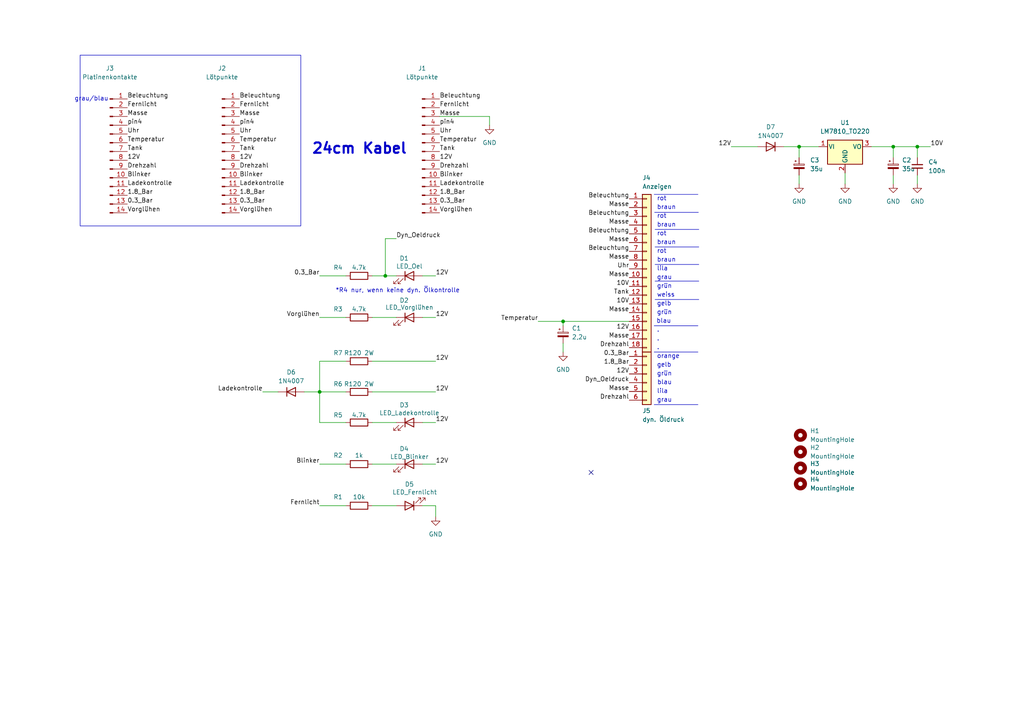
<source format=kicad_sch>
(kicad_sch (version 20230121) (generator eeschema)

  (uuid 1fc243eb-551d-460d-b896-eec739604add)

  (paper "A4")

  (lib_symbols
    (symbol "Connector:Conn_01x14_Pin" (pin_names (offset 1.016) hide) (in_bom yes) (on_board yes)
      (property "Reference" "J" (at 0 17.78 0)
        (effects (font (size 1.27 1.27)))
      )
      (property "Value" "Conn_01x14_Pin" (at 0 -20.32 0)
        (effects (font (size 1.27 1.27)))
      )
      (property "Footprint" "" (at 0 0 0)
        (effects (font (size 1.27 1.27)) hide)
      )
      (property "Datasheet" "~" (at 0 0 0)
        (effects (font (size 1.27 1.27)) hide)
      )
      (property "ki_locked" "" (at 0 0 0)
        (effects (font (size 1.27 1.27)))
      )
      (property "ki_keywords" "connector" (at 0 0 0)
        (effects (font (size 1.27 1.27)) hide)
      )
      (property "ki_description" "Generic connector, single row, 01x14, script generated" (at 0 0 0)
        (effects (font (size 1.27 1.27)) hide)
      )
      (property "ki_fp_filters" "Connector*:*_1x??_*" (at 0 0 0)
        (effects (font (size 1.27 1.27)) hide)
      )
      (symbol "Conn_01x14_Pin_1_1"
        (polyline
          (pts
            (xy 1.27 -17.78)
            (xy 0.8636 -17.78)
          )
          (stroke (width 0.1524) (type default))
          (fill (type none))
        )
        (polyline
          (pts
            (xy 1.27 -15.24)
            (xy 0.8636 -15.24)
          )
          (stroke (width 0.1524) (type default))
          (fill (type none))
        )
        (polyline
          (pts
            (xy 1.27 -12.7)
            (xy 0.8636 -12.7)
          )
          (stroke (width 0.1524) (type default))
          (fill (type none))
        )
        (polyline
          (pts
            (xy 1.27 -10.16)
            (xy 0.8636 -10.16)
          )
          (stroke (width 0.1524) (type default))
          (fill (type none))
        )
        (polyline
          (pts
            (xy 1.27 -7.62)
            (xy 0.8636 -7.62)
          )
          (stroke (width 0.1524) (type default))
          (fill (type none))
        )
        (polyline
          (pts
            (xy 1.27 -5.08)
            (xy 0.8636 -5.08)
          )
          (stroke (width 0.1524) (type default))
          (fill (type none))
        )
        (polyline
          (pts
            (xy 1.27 -2.54)
            (xy 0.8636 -2.54)
          )
          (stroke (width 0.1524) (type default))
          (fill (type none))
        )
        (polyline
          (pts
            (xy 1.27 0)
            (xy 0.8636 0)
          )
          (stroke (width 0.1524) (type default))
          (fill (type none))
        )
        (polyline
          (pts
            (xy 1.27 2.54)
            (xy 0.8636 2.54)
          )
          (stroke (width 0.1524) (type default))
          (fill (type none))
        )
        (polyline
          (pts
            (xy 1.27 5.08)
            (xy 0.8636 5.08)
          )
          (stroke (width 0.1524) (type default))
          (fill (type none))
        )
        (polyline
          (pts
            (xy 1.27 7.62)
            (xy 0.8636 7.62)
          )
          (stroke (width 0.1524) (type default))
          (fill (type none))
        )
        (polyline
          (pts
            (xy 1.27 10.16)
            (xy 0.8636 10.16)
          )
          (stroke (width 0.1524) (type default))
          (fill (type none))
        )
        (polyline
          (pts
            (xy 1.27 12.7)
            (xy 0.8636 12.7)
          )
          (stroke (width 0.1524) (type default))
          (fill (type none))
        )
        (polyline
          (pts
            (xy 1.27 15.24)
            (xy 0.8636 15.24)
          )
          (stroke (width 0.1524) (type default))
          (fill (type none))
        )
        (rectangle (start 0.8636 -17.653) (end 0 -17.907)
          (stroke (width 0.1524) (type default))
          (fill (type outline))
        )
        (rectangle (start 0.8636 -15.113) (end 0 -15.367)
          (stroke (width 0.1524) (type default))
          (fill (type outline))
        )
        (rectangle (start 0.8636 -12.573) (end 0 -12.827)
          (stroke (width 0.1524) (type default))
          (fill (type outline))
        )
        (rectangle (start 0.8636 -10.033) (end 0 -10.287)
          (stroke (width 0.1524) (type default))
          (fill (type outline))
        )
        (rectangle (start 0.8636 -7.493) (end 0 -7.747)
          (stroke (width 0.1524) (type default))
          (fill (type outline))
        )
        (rectangle (start 0.8636 -4.953) (end 0 -5.207)
          (stroke (width 0.1524) (type default))
          (fill (type outline))
        )
        (rectangle (start 0.8636 -2.413) (end 0 -2.667)
          (stroke (width 0.1524) (type default))
          (fill (type outline))
        )
        (rectangle (start 0.8636 0.127) (end 0 -0.127)
          (stroke (width 0.1524) (type default))
          (fill (type outline))
        )
        (rectangle (start 0.8636 2.667) (end 0 2.413)
          (stroke (width 0.1524) (type default))
          (fill (type outline))
        )
        (rectangle (start 0.8636 5.207) (end 0 4.953)
          (stroke (width 0.1524) (type default))
          (fill (type outline))
        )
        (rectangle (start 0.8636 7.747) (end 0 7.493)
          (stroke (width 0.1524) (type default))
          (fill (type outline))
        )
        (rectangle (start 0.8636 10.287) (end 0 10.033)
          (stroke (width 0.1524) (type default))
          (fill (type outline))
        )
        (rectangle (start 0.8636 12.827) (end 0 12.573)
          (stroke (width 0.1524) (type default))
          (fill (type outline))
        )
        (rectangle (start 0.8636 15.367) (end 0 15.113)
          (stroke (width 0.1524) (type default))
          (fill (type outline))
        )
        (pin passive line (at 5.08 15.24 180) (length 3.81)
          (name "Pin_1" (effects (font (size 1.27 1.27))))
          (number "1" (effects (font (size 1.27 1.27))))
        )
        (pin passive line (at 5.08 -7.62 180) (length 3.81)
          (name "Pin_10" (effects (font (size 1.27 1.27))))
          (number "10" (effects (font (size 1.27 1.27))))
        )
        (pin passive line (at 5.08 -10.16 180) (length 3.81)
          (name "Pin_11" (effects (font (size 1.27 1.27))))
          (number "11" (effects (font (size 1.27 1.27))))
        )
        (pin passive line (at 5.08 -12.7 180) (length 3.81)
          (name "Pin_12" (effects (font (size 1.27 1.27))))
          (number "12" (effects (font (size 1.27 1.27))))
        )
        (pin passive line (at 5.08 -15.24 180) (length 3.81)
          (name "Pin_13" (effects (font (size 1.27 1.27))))
          (number "13" (effects (font (size 1.27 1.27))))
        )
        (pin passive line (at 5.08 -17.78 180) (length 3.81)
          (name "Pin_14" (effects (font (size 1.27 1.27))))
          (number "14" (effects (font (size 1.27 1.27))))
        )
        (pin passive line (at 5.08 12.7 180) (length 3.81)
          (name "Pin_2" (effects (font (size 1.27 1.27))))
          (number "2" (effects (font (size 1.27 1.27))))
        )
        (pin passive line (at 5.08 10.16 180) (length 3.81)
          (name "Pin_3" (effects (font (size 1.27 1.27))))
          (number "3" (effects (font (size 1.27 1.27))))
        )
        (pin passive line (at 5.08 7.62 180) (length 3.81)
          (name "Pin_4" (effects (font (size 1.27 1.27))))
          (number "4" (effects (font (size 1.27 1.27))))
        )
        (pin passive line (at 5.08 5.08 180) (length 3.81)
          (name "Pin_5" (effects (font (size 1.27 1.27))))
          (number "5" (effects (font (size 1.27 1.27))))
        )
        (pin passive line (at 5.08 2.54 180) (length 3.81)
          (name "Pin_6" (effects (font (size 1.27 1.27))))
          (number "6" (effects (font (size 1.27 1.27))))
        )
        (pin passive line (at 5.08 0 180) (length 3.81)
          (name "Pin_7" (effects (font (size 1.27 1.27))))
          (number "7" (effects (font (size 1.27 1.27))))
        )
        (pin passive line (at 5.08 -2.54 180) (length 3.81)
          (name "Pin_8" (effects (font (size 1.27 1.27))))
          (number "8" (effects (font (size 1.27 1.27))))
        )
        (pin passive line (at 5.08 -5.08 180) (length 3.81)
          (name "Pin_9" (effects (font (size 1.27 1.27))))
          (number "9" (effects (font (size 1.27 1.27))))
        )
      )
    )
    (symbol "Connector_Generic:Conn_01x06" (pin_names (offset 1.016) hide) (in_bom yes) (on_board yes)
      (property "Reference" "J" (at 0 7.62 0)
        (effects (font (size 1.27 1.27)))
      )
      (property "Value" "Conn_01x06" (at 0 -10.16 0)
        (effects (font (size 1.27 1.27)))
      )
      (property "Footprint" "" (at 0 0 0)
        (effects (font (size 1.27 1.27)) hide)
      )
      (property "Datasheet" "~" (at 0 0 0)
        (effects (font (size 1.27 1.27)) hide)
      )
      (property "ki_keywords" "connector" (at 0 0 0)
        (effects (font (size 1.27 1.27)) hide)
      )
      (property "ki_description" "Generic connector, single row, 01x06, script generated (kicad-library-utils/schlib/autogen/connector/)" (at 0 0 0)
        (effects (font (size 1.27 1.27)) hide)
      )
      (property "ki_fp_filters" "Connector*:*_1x??_*" (at 0 0 0)
        (effects (font (size 1.27 1.27)) hide)
      )
      (symbol "Conn_01x06_1_1"
        (rectangle (start -1.27 -7.493) (end 0 -7.747)
          (stroke (width 0.1524) (type default))
          (fill (type none))
        )
        (rectangle (start -1.27 -4.953) (end 0 -5.207)
          (stroke (width 0.1524) (type default))
          (fill (type none))
        )
        (rectangle (start -1.27 -2.413) (end 0 -2.667)
          (stroke (width 0.1524) (type default))
          (fill (type none))
        )
        (rectangle (start -1.27 0.127) (end 0 -0.127)
          (stroke (width 0.1524) (type default))
          (fill (type none))
        )
        (rectangle (start -1.27 2.667) (end 0 2.413)
          (stroke (width 0.1524) (type default))
          (fill (type none))
        )
        (rectangle (start -1.27 5.207) (end 0 4.953)
          (stroke (width 0.1524) (type default))
          (fill (type none))
        )
        (rectangle (start -1.27 6.35) (end 1.27 -8.89)
          (stroke (width 0.254) (type default))
          (fill (type background))
        )
        (pin passive line (at -5.08 5.08 0) (length 3.81)
          (name "Pin_1" (effects (font (size 1.27 1.27))))
          (number "1" (effects (font (size 1.27 1.27))))
        )
        (pin passive line (at -5.08 2.54 0) (length 3.81)
          (name "Pin_2" (effects (font (size 1.27 1.27))))
          (number "2" (effects (font (size 1.27 1.27))))
        )
        (pin passive line (at -5.08 0 0) (length 3.81)
          (name "Pin_3" (effects (font (size 1.27 1.27))))
          (number "3" (effects (font (size 1.27 1.27))))
        )
        (pin passive line (at -5.08 -2.54 0) (length 3.81)
          (name "Pin_4" (effects (font (size 1.27 1.27))))
          (number "4" (effects (font (size 1.27 1.27))))
        )
        (pin passive line (at -5.08 -5.08 0) (length 3.81)
          (name "Pin_5" (effects (font (size 1.27 1.27))))
          (number "5" (effects (font (size 1.27 1.27))))
        )
        (pin passive line (at -5.08 -7.62 0) (length 3.81)
          (name "Pin_6" (effects (font (size 1.27 1.27))))
          (number "6" (effects (font (size 1.27 1.27))))
        )
      )
    )
    (symbol "Connector_Generic:Conn_01x18" (pin_names (offset 1.016) hide) (in_bom yes) (on_board yes)
      (property "Reference" "J" (at 0 22.86 0)
        (effects (font (size 1.27 1.27)))
      )
      (property "Value" "Conn_01x18" (at 0 -25.4 0)
        (effects (font (size 1.27 1.27)))
      )
      (property "Footprint" "" (at 0 0 0)
        (effects (font (size 1.27 1.27)) hide)
      )
      (property "Datasheet" "~" (at 0 0 0)
        (effects (font (size 1.27 1.27)) hide)
      )
      (property "ki_keywords" "connector" (at 0 0 0)
        (effects (font (size 1.27 1.27)) hide)
      )
      (property "ki_description" "Generic connector, single row, 01x18, script generated (kicad-library-utils/schlib/autogen/connector/)" (at 0 0 0)
        (effects (font (size 1.27 1.27)) hide)
      )
      (property "ki_fp_filters" "Connector*:*_1x??_*" (at 0 0 0)
        (effects (font (size 1.27 1.27)) hide)
      )
      (symbol "Conn_01x18_1_1"
        (rectangle (start -1.27 -22.733) (end 0 -22.987)
          (stroke (width 0.1524) (type default))
          (fill (type none))
        )
        (rectangle (start -1.27 -20.193) (end 0 -20.447)
          (stroke (width 0.1524) (type default))
          (fill (type none))
        )
        (rectangle (start -1.27 -17.653) (end 0 -17.907)
          (stroke (width 0.1524) (type default))
          (fill (type none))
        )
        (rectangle (start -1.27 -15.113) (end 0 -15.367)
          (stroke (width 0.1524) (type default))
          (fill (type none))
        )
        (rectangle (start -1.27 -12.573) (end 0 -12.827)
          (stroke (width 0.1524) (type default))
          (fill (type none))
        )
        (rectangle (start -1.27 -10.033) (end 0 -10.287)
          (stroke (width 0.1524) (type default))
          (fill (type none))
        )
        (rectangle (start -1.27 -7.493) (end 0 -7.747)
          (stroke (width 0.1524) (type default))
          (fill (type none))
        )
        (rectangle (start -1.27 -4.953) (end 0 -5.207)
          (stroke (width 0.1524) (type default))
          (fill (type none))
        )
        (rectangle (start -1.27 -2.413) (end 0 -2.667)
          (stroke (width 0.1524) (type default))
          (fill (type none))
        )
        (rectangle (start -1.27 0.127) (end 0 -0.127)
          (stroke (width 0.1524) (type default))
          (fill (type none))
        )
        (rectangle (start -1.27 2.667) (end 0 2.413)
          (stroke (width 0.1524) (type default))
          (fill (type none))
        )
        (rectangle (start -1.27 5.207) (end 0 4.953)
          (stroke (width 0.1524) (type default))
          (fill (type none))
        )
        (rectangle (start -1.27 7.747) (end 0 7.493)
          (stroke (width 0.1524) (type default))
          (fill (type none))
        )
        (rectangle (start -1.27 10.287) (end 0 10.033)
          (stroke (width 0.1524) (type default))
          (fill (type none))
        )
        (rectangle (start -1.27 12.827) (end 0 12.573)
          (stroke (width 0.1524) (type default))
          (fill (type none))
        )
        (rectangle (start -1.27 15.367) (end 0 15.113)
          (stroke (width 0.1524) (type default))
          (fill (type none))
        )
        (rectangle (start -1.27 17.907) (end 0 17.653)
          (stroke (width 0.1524) (type default))
          (fill (type none))
        )
        (rectangle (start -1.27 20.447) (end 0 20.193)
          (stroke (width 0.1524) (type default))
          (fill (type none))
        )
        (rectangle (start -1.27 21.59) (end 1.27 -24.13)
          (stroke (width 0.254) (type default))
          (fill (type background))
        )
        (pin passive line (at -5.08 20.32 0) (length 3.81)
          (name "Pin_1" (effects (font (size 1.27 1.27))))
          (number "1" (effects (font (size 1.27 1.27))))
        )
        (pin passive line (at -5.08 -2.54 0) (length 3.81)
          (name "Pin_10" (effects (font (size 1.27 1.27))))
          (number "10" (effects (font (size 1.27 1.27))))
        )
        (pin passive line (at -5.08 -5.08 0) (length 3.81)
          (name "Pin_11" (effects (font (size 1.27 1.27))))
          (number "11" (effects (font (size 1.27 1.27))))
        )
        (pin passive line (at -5.08 -7.62 0) (length 3.81)
          (name "Pin_12" (effects (font (size 1.27 1.27))))
          (number "12" (effects (font (size 1.27 1.27))))
        )
        (pin passive line (at -5.08 -10.16 0) (length 3.81)
          (name "Pin_13" (effects (font (size 1.27 1.27))))
          (number "13" (effects (font (size 1.27 1.27))))
        )
        (pin passive line (at -5.08 -12.7 0) (length 3.81)
          (name "Pin_14" (effects (font (size 1.27 1.27))))
          (number "14" (effects (font (size 1.27 1.27))))
        )
        (pin passive line (at -5.08 -15.24 0) (length 3.81)
          (name "Pin_15" (effects (font (size 1.27 1.27))))
          (number "15" (effects (font (size 1.27 1.27))))
        )
        (pin passive line (at -5.08 -17.78 0) (length 3.81)
          (name "Pin_16" (effects (font (size 1.27 1.27))))
          (number "16" (effects (font (size 1.27 1.27))))
        )
        (pin passive line (at -5.08 -20.32 0) (length 3.81)
          (name "Pin_17" (effects (font (size 1.27 1.27))))
          (number "17" (effects (font (size 1.27 1.27))))
        )
        (pin passive line (at -5.08 -22.86 0) (length 3.81)
          (name "Pin_18" (effects (font (size 1.27 1.27))))
          (number "18" (effects (font (size 1.27 1.27))))
        )
        (pin passive line (at -5.08 17.78 0) (length 3.81)
          (name "Pin_2" (effects (font (size 1.27 1.27))))
          (number "2" (effects (font (size 1.27 1.27))))
        )
        (pin passive line (at -5.08 15.24 0) (length 3.81)
          (name "Pin_3" (effects (font (size 1.27 1.27))))
          (number "3" (effects (font (size 1.27 1.27))))
        )
        (pin passive line (at -5.08 12.7 0) (length 3.81)
          (name "Pin_4" (effects (font (size 1.27 1.27))))
          (number "4" (effects (font (size 1.27 1.27))))
        )
        (pin passive line (at -5.08 10.16 0) (length 3.81)
          (name "Pin_5" (effects (font (size 1.27 1.27))))
          (number "5" (effects (font (size 1.27 1.27))))
        )
        (pin passive line (at -5.08 7.62 0) (length 3.81)
          (name "Pin_6" (effects (font (size 1.27 1.27))))
          (number "6" (effects (font (size 1.27 1.27))))
        )
        (pin passive line (at -5.08 5.08 0) (length 3.81)
          (name "Pin_7" (effects (font (size 1.27 1.27))))
          (number "7" (effects (font (size 1.27 1.27))))
        )
        (pin passive line (at -5.08 2.54 0) (length 3.81)
          (name "Pin_8" (effects (font (size 1.27 1.27))))
          (number "8" (effects (font (size 1.27 1.27))))
        )
        (pin passive line (at -5.08 0 0) (length 3.81)
          (name "Pin_9" (effects (font (size 1.27 1.27))))
          (number "9" (effects (font (size 1.27 1.27))))
        )
      )
    )
    (symbol "Device:C_Polarized_Small" (pin_numbers hide) (pin_names (offset 0.254) hide) (in_bom yes) (on_board yes)
      (property "Reference" "C" (at 0.254 1.778 0)
        (effects (font (size 1.27 1.27)) (justify left))
      )
      (property "Value" "C_Polarized_Small" (at 0.254 -2.032 0)
        (effects (font (size 1.27 1.27)) (justify left))
      )
      (property "Footprint" "" (at 0 0 0)
        (effects (font (size 1.27 1.27)) hide)
      )
      (property "Datasheet" "~" (at 0 0 0)
        (effects (font (size 1.27 1.27)) hide)
      )
      (property "ki_keywords" "cap capacitor" (at 0 0 0)
        (effects (font (size 1.27 1.27)) hide)
      )
      (property "ki_description" "Polarized capacitor, small symbol" (at 0 0 0)
        (effects (font (size 1.27 1.27)) hide)
      )
      (property "ki_fp_filters" "CP_*" (at 0 0 0)
        (effects (font (size 1.27 1.27)) hide)
      )
      (symbol "C_Polarized_Small_0_1"
        (rectangle (start -1.524 -0.3048) (end 1.524 -0.6858)
          (stroke (width 0) (type default))
          (fill (type outline))
        )
        (rectangle (start -1.524 0.6858) (end 1.524 0.3048)
          (stroke (width 0) (type default))
          (fill (type none))
        )
        (polyline
          (pts
            (xy -1.27 1.524)
            (xy -0.762 1.524)
          )
          (stroke (width 0) (type default))
          (fill (type none))
        )
        (polyline
          (pts
            (xy -1.016 1.27)
            (xy -1.016 1.778)
          )
          (stroke (width 0) (type default))
          (fill (type none))
        )
      )
      (symbol "C_Polarized_Small_1_1"
        (pin passive line (at 0 2.54 270) (length 1.8542)
          (name "~" (effects (font (size 1.27 1.27))))
          (number "1" (effects (font (size 1.27 1.27))))
        )
        (pin passive line (at 0 -2.54 90) (length 1.8542)
          (name "~" (effects (font (size 1.27 1.27))))
          (number "2" (effects (font (size 1.27 1.27))))
        )
      )
    )
    (symbol "Device:C_Small" (pin_numbers hide) (pin_names (offset 0.254) hide) (in_bom yes) (on_board yes)
      (property "Reference" "C" (at 0.254 1.778 0)
        (effects (font (size 1.27 1.27)) (justify left))
      )
      (property "Value" "C_Small" (at 0.254 -2.032 0)
        (effects (font (size 1.27 1.27)) (justify left))
      )
      (property "Footprint" "" (at 0 0 0)
        (effects (font (size 1.27 1.27)) hide)
      )
      (property "Datasheet" "~" (at 0 0 0)
        (effects (font (size 1.27 1.27)) hide)
      )
      (property "ki_keywords" "capacitor cap" (at 0 0 0)
        (effects (font (size 1.27 1.27)) hide)
      )
      (property "ki_description" "Unpolarized capacitor, small symbol" (at 0 0 0)
        (effects (font (size 1.27 1.27)) hide)
      )
      (property "ki_fp_filters" "C_*" (at 0 0 0)
        (effects (font (size 1.27 1.27)) hide)
      )
      (symbol "C_Small_0_1"
        (polyline
          (pts
            (xy -1.524 -0.508)
            (xy 1.524 -0.508)
          )
          (stroke (width 0.3302) (type default))
          (fill (type none))
        )
        (polyline
          (pts
            (xy -1.524 0.508)
            (xy 1.524 0.508)
          )
          (stroke (width 0.3048) (type default))
          (fill (type none))
        )
      )
      (symbol "C_Small_1_1"
        (pin passive line (at 0 2.54 270) (length 2.032)
          (name "~" (effects (font (size 1.27 1.27))))
          (number "1" (effects (font (size 1.27 1.27))))
        )
        (pin passive line (at 0 -2.54 90) (length 2.032)
          (name "~" (effects (font (size 1.27 1.27))))
          (number "2" (effects (font (size 1.27 1.27))))
        )
      )
    )
    (symbol "Device:D" (pin_numbers hide) (pin_names (offset 1.016) hide) (in_bom yes) (on_board yes)
      (property "Reference" "D" (at 0 2.54 0)
        (effects (font (size 1.27 1.27)))
      )
      (property "Value" "D" (at 0 -2.54 0)
        (effects (font (size 1.27 1.27)))
      )
      (property "Footprint" "" (at 0 0 0)
        (effects (font (size 1.27 1.27)) hide)
      )
      (property "Datasheet" "~" (at 0 0 0)
        (effects (font (size 1.27 1.27)) hide)
      )
      (property "Sim.Device" "D" (at 0 0 0)
        (effects (font (size 1.27 1.27)) hide)
      )
      (property "Sim.Pins" "1=K 2=A" (at 0 0 0)
        (effects (font (size 1.27 1.27)) hide)
      )
      (property "ki_keywords" "diode" (at 0 0 0)
        (effects (font (size 1.27 1.27)) hide)
      )
      (property "ki_description" "Diode" (at 0 0 0)
        (effects (font (size 1.27 1.27)) hide)
      )
      (property "ki_fp_filters" "TO-???* *_Diode_* *SingleDiode* D_*" (at 0 0 0)
        (effects (font (size 1.27 1.27)) hide)
      )
      (symbol "D_0_1"
        (polyline
          (pts
            (xy -1.27 1.27)
            (xy -1.27 -1.27)
          )
          (stroke (width 0.254) (type default))
          (fill (type none))
        )
        (polyline
          (pts
            (xy 1.27 0)
            (xy -1.27 0)
          )
          (stroke (width 0) (type default))
          (fill (type none))
        )
        (polyline
          (pts
            (xy 1.27 1.27)
            (xy 1.27 -1.27)
            (xy -1.27 0)
            (xy 1.27 1.27)
          )
          (stroke (width 0.254) (type default))
          (fill (type none))
        )
      )
      (symbol "D_1_1"
        (pin passive line (at -3.81 0 0) (length 2.54)
          (name "K" (effects (font (size 1.27 1.27))))
          (number "1" (effects (font (size 1.27 1.27))))
        )
        (pin passive line (at 3.81 0 180) (length 2.54)
          (name "A" (effects (font (size 1.27 1.27))))
          (number "2" (effects (font (size 1.27 1.27))))
        )
      )
    )
    (symbol "Device:LED" (pin_numbers hide) (pin_names (offset 1.016) hide) (in_bom yes) (on_board yes)
      (property "Reference" "D" (at 0 2.54 0)
        (effects (font (size 1.27 1.27)))
      )
      (property "Value" "LED" (at 0 -2.54 0)
        (effects (font (size 1.27 1.27)))
      )
      (property "Footprint" "" (at 0 0 0)
        (effects (font (size 1.27 1.27)) hide)
      )
      (property "Datasheet" "~" (at 0 0 0)
        (effects (font (size 1.27 1.27)) hide)
      )
      (property "ki_keywords" "LED diode" (at 0 0 0)
        (effects (font (size 1.27 1.27)) hide)
      )
      (property "ki_description" "Light emitting diode" (at 0 0 0)
        (effects (font (size 1.27 1.27)) hide)
      )
      (property "ki_fp_filters" "LED* LED_SMD:* LED_THT:*" (at 0 0 0)
        (effects (font (size 1.27 1.27)) hide)
      )
      (symbol "LED_0_1"
        (polyline
          (pts
            (xy -1.27 -1.27)
            (xy -1.27 1.27)
          )
          (stroke (width 0.254) (type default))
          (fill (type none))
        )
        (polyline
          (pts
            (xy -1.27 0)
            (xy 1.27 0)
          )
          (stroke (width 0) (type default))
          (fill (type none))
        )
        (polyline
          (pts
            (xy 1.27 -1.27)
            (xy 1.27 1.27)
            (xy -1.27 0)
            (xy 1.27 -1.27)
          )
          (stroke (width 0.254) (type default))
          (fill (type none))
        )
        (polyline
          (pts
            (xy -3.048 -0.762)
            (xy -4.572 -2.286)
            (xy -3.81 -2.286)
            (xy -4.572 -2.286)
            (xy -4.572 -1.524)
          )
          (stroke (width 0) (type default))
          (fill (type none))
        )
        (polyline
          (pts
            (xy -1.778 -0.762)
            (xy -3.302 -2.286)
            (xy -2.54 -2.286)
            (xy -3.302 -2.286)
            (xy -3.302 -1.524)
          )
          (stroke (width 0) (type default))
          (fill (type none))
        )
      )
      (symbol "LED_1_1"
        (pin passive line (at -3.81 0 0) (length 2.54)
          (name "K" (effects (font (size 1.27 1.27))))
          (number "1" (effects (font (size 1.27 1.27))))
        )
        (pin passive line (at 3.81 0 180) (length 2.54)
          (name "A" (effects (font (size 1.27 1.27))))
          (number "2" (effects (font (size 1.27 1.27))))
        )
      )
    )
    (symbol "Device:R" (pin_numbers hide) (pin_names (offset 0)) (in_bom yes) (on_board yes)
      (property "Reference" "R" (at 2.032 0 90)
        (effects (font (size 1.27 1.27)))
      )
      (property "Value" "R" (at 0 0 90)
        (effects (font (size 1.27 1.27)))
      )
      (property "Footprint" "" (at -1.778 0 90)
        (effects (font (size 1.27 1.27)) hide)
      )
      (property "Datasheet" "~" (at 0 0 0)
        (effects (font (size 1.27 1.27)) hide)
      )
      (property "ki_keywords" "R res resistor" (at 0 0 0)
        (effects (font (size 1.27 1.27)) hide)
      )
      (property "ki_description" "Resistor" (at 0 0 0)
        (effects (font (size 1.27 1.27)) hide)
      )
      (property "ki_fp_filters" "R_*" (at 0 0 0)
        (effects (font (size 1.27 1.27)) hide)
      )
      (symbol "R_0_1"
        (rectangle (start -1.016 -2.54) (end 1.016 2.54)
          (stroke (width 0.254) (type default))
          (fill (type none))
        )
      )
      (symbol "R_1_1"
        (pin passive line (at 0 3.81 270) (length 1.27)
          (name "~" (effects (font (size 1.27 1.27))))
          (number "1" (effects (font (size 1.27 1.27))))
        )
        (pin passive line (at 0 -3.81 90) (length 1.27)
          (name "~" (effects (font (size 1.27 1.27))))
          (number "2" (effects (font (size 1.27 1.27))))
        )
      )
    )
    (symbol "Mechanical:MountingHole" (pin_names (offset 1.016)) (in_bom yes) (on_board yes)
      (property "Reference" "H" (at 0 5.08 0)
        (effects (font (size 1.27 1.27)))
      )
      (property "Value" "MountingHole" (at 0 3.175 0)
        (effects (font (size 1.27 1.27)))
      )
      (property "Footprint" "" (at 0 0 0)
        (effects (font (size 1.27 1.27)) hide)
      )
      (property "Datasheet" "~" (at 0 0 0)
        (effects (font (size 1.27 1.27)) hide)
      )
      (property "ki_keywords" "mounting hole" (at 0 0 0)
        (effects (font (size 1.27 1.27)) hide)
      )
      (property "ki_description" "Mounting Hole without connection" (at 0 0 0)
        (effects (font (size 1.27 1.27)) hide)
      )
      (property "ki_fp_filters" "MountingHole*" (at 0 0 0)
        (effects (font (size 1.27 1.27)) hide)
      )
      (symbol "MountingHole_0_1"
        (circle (center 0 0) (radius 1.27)
          (stroke (width 1.27) (type default))
          (fill (type none))
        )
      )
    )
    (symbol "Regulator_Linear:LM7810_TO220" (pin_names (offset 0.254)) (in_bom yes) (on_board yes)
      (property "Reference" "U" (at -3.81 3.175 0)
        (effects (font (size 1.27 1.27)))
      )
      (property "Value" "LM7810_TO220" (at 0 3.175 0)
        (effects (font (size 1.27 1.27)) (justify left))
      )
      (property "Footprint" "Package_TO_SOT_THT:TO-220-3_Vertical" (at 0 5.715 0)
        (effects (font (size 1.27 1.27) italic) hide)
      )
      (property "Datasheet" "https://www.onsemi.cn/PowerSolutions/document/MC7800-D.PDF" (at 0 -1.27 0)
        (effects (font (size 1.27 1.27)) hide)
      )
      (property "ki_keywords" "Voltage Regulator 1A Positive" (at 0 0 0)
        (effects (font (size 1.27 1.27)) hide)
      )
      (property "ki_description" "Positive 1A 35V Linear Regulator, Fixed Output 10V, TO-220" (at 0 0 0)
        (effects (font (size 1.27 1.27)) hide)
      )
      (property "ki_fp_filters" "TO?220*" (at 0 0 0)
        (effects (font (size 1.27 1.27)) hide)
      )
      (symbol "LM7810_TO220_0_1"
        (rectangle (start -5.08 1.905) (end 5.08 -5.08)
          (stroke (width 0.254) (type default))
          (fill (type background))
        )
      )
      (symbol "LM7810_TO220_1_1"
        (pin power_in line (at -7.62 0 0) (length 2.54)
          (name "VI" (effects (font (size 1.27 1.27))))
          (number "1" (effects (font (size 1.27 1.27))))
        )
        (pin power_in line (at 0 -7.62 90) (length 2.54)
          (name "GND" (effects (font (size 1.27 1.27))))
          (number "2" (effects (font (size 1.27 1.27))))
        )
        (pin power_out line (at 7.62 0 180) (length 2.54)
          (name "VO" (effects (font (size 1.27 1.27))))
          (number "3" (effects (font (size 1.27 1.27))))
        )
      )
    )
    (symbol "power:GND" (power) (pin_names (offset 0)) (in_bom yes) (on_board yes)
      (property "Reference" "#PWR" (at 0 -6.35 0)
        (effects (font (size 1.27 1.27)) hide)
      )
      (property "Value" "GND" (at 0 -3.81 0)
        (effects (font (size 1.27 1.27)))
      )
      (property "Footprint" "" (at 0 0 0)
        (effects (font (size 1.27 1.27)) hide)
      )
      (property "Datasheet" "" (at 0 0 0)
        (effects (font (size 1.27 1.27)) hide)
      )
      (property "ki_keywords" "global power" (at 0 0 0)
        (effects (font (size 1.27 1.27)) hide)
      )
      (property "ki_description" "Power symbol creates a global label with name \"GND\" , ground" (at 0 0 0)
        (effects (font (size 1.27 1.27)) hide)
      )
      (symbol "GND_0_1"
        (polyline
          (pts
            (xy 0 0)
            (xy 0 -1.27)
            (xy 1.27 -1.27)
            (xy 0 -2.54)
            (xy -1.27 -1.27)
            (xy 0 -1.27)
          )
          (stroke (width 0) (type default))
          (fill (type none))
        )
      )
      (symbol "GND_1_1"
        (pin power_in line (at 0 0 270) (length 0) hide
          (name "GND" (effects (font (size 1.27 1.27))))
          (number "1" (effects (font (size 1.27 1.27))))
        )
      )
    )
  )

  (junction (at 259.08 42.545) (diameter 0) (color 0 0 0 0)
    (uuid 528b454c-c051-4132-a833-b4d526dd8dca)
  )
  (junction (at 163.322 93.218) (diameter 0) (color 0 0 0 0)
    (uuid 8b6f66fe-3683-42c1-a635-14612a3fa84d)
  )
  (junction (at 231.775 42.545) (diameter 0) (color 0 0 0 0)
    (uuid 93aa735d-f850-4b56-be8e-30301a976659)
  )
  (junction (at 111.76 80.01) (diameter 0) (color 0 0 0 0)
    (uuid b587eaf3-a310-4f51-b83a-50a6daf8294a)
  )
  (junction (at 266.065 42.545) (diameter 0) (color 0 0 0 0)
    (uuid e9d5cc9e-1df3-45e3-bacc-b5aec0de0c7f)
  )
  (junction (at 92.71 113.665) (diameter 0) (color 0 0 0 0)
    (uuid ee50b561-80ed-4298-b55d-b7754be6e9ab)
  )

  (no_connect (at 171.45 137.033) (uuid 5ebebf54-569e-4390-96da-2e6794fc783e))

  (wire (pts (xy 114.935 80.01) (xy 111.76 80.01))
    (stroke (width 0) (type default))
    (uuid 01be795b-4de9-499d-9dca-436414843ffb)
  )
  (wire (pts (xy 88.265 113.665) (xy 92.71 113.665))
    (stroke (width 0) (type default))
    (uuid 03ef6488-31c2-48af-868a-108f7e7d3bc2)
  )
  (polyline (pts (xy 189.738 102.108) (xy 202.438 102.108))
    (stroke (width 0) (type default))
    (uuid 061b56cd-a6d6-42db-ad44-333ce3442f00)
  )

  (wire (pts (xy 92.71 146.685) (xy 100.33 146.685))
    (stroke (width 0) (type default))
    (uuid 11a0b3c2-77e9-4997-8415-15857eaa1df9)
  )
  (polyline (pts (xy 189.992 86.868) (xy 202.692 86.868))
    (stroke (width 0) (type default))
    (uuid 1477b1cd-ccf2-48e4-ba21-a2806567884b)
  )

  (wire (pts (xy 76.2 113.665) (xy 80.645 113.665))
    (stroke (width 0) (type default))
    (uuid 19031652-4790-4d94-841b-7b62c4dbcbc2)
  )
  (wire (pts (xy 111.76 69.215) (xy 114.935 69.215))
    (stroke (width 0) (type default))
    (uuid 1bfda8fd-9fbf-4972-83cb-6bec6050dab9)
  )
  (wire (pts (xy 182.499 93.218) (xy 163.322 93.218))
    (stroke (width 0) (type default))
    (uuid 1c9a0ae2-38e1-4100-8ba1-4203445fb5b5)
  )
  (wire (pts (xy 107.95 113.665) (xy 126.365 113.665))
    (stroke (width 0) (type default))
    (uuid 20f919a8-c055-4c08-9dea-9e3ad4450cf7)
  )
  (wire (pts (xy 92.71 104.775) (xy 100.33 104.775))
    (stroke (width 0) (type default))
    (uuid 25549253-d9c8-4645-a3d8-24ccd3245f0a)
  )
  (wire (pts (xy 259.08 50.8) (xy 259.08 53.34))
    (stroke (width 0) (type default))
    (uuid 286894c2-ad24-4869-ac1a-407c2a3db003)
  )
  (wire (pts (xy 127.508 33.782) (xy 141.986 33.782))
    (stroke (width 0) (type default))
    (uuid 2945a8b2-eafe-4e0c-857d-24d404d6e928)
  )
  (polyline (pts (xy 189.992 76.708) (xy 202.692 76.708))
    (stroke (width 0) (type default))
    (uuid 2c342d59-2420-4011-8a6a-a111d1662b08)
  )

  (wire (pts (xy 122.555 80.01) (xy 126.365 80.01))
    (stroke (width 0) (type default))
    (uuid 37444eed-84da-4cd8-9556-385e0c1aa60e)
  )
  (wire (pts (xy 107.95 104.775) (xy 126.365 104.775))
    (stroke (width 0) (type default))
    (uuid 3d413398-6ce8-42a7-951a-4314c7c4affd)
  )
  (wire (pts (xy 111.76 80.01) (xy 111.76 69.215))
    (stroke (width 0) (type default))
    (uuid 40f5ebcb-8102-47f2-8113-42842543f3fa)
  )
  (wire (pts (xy 163.322 99.568) (xy 163.322 102.108))
    (stroke (width 0) (type default))
    (uuid 435273f7-c440-41b2-a641-19e53d1dfe72)
  )
  (wire (pts (xy 259.08 42.545) (xy 259.08 45.72))
    (stroke (width 0) (type default))
    (uuid 4710b396-1a54-4497-9589-00f084e931c7)
  )
  (wire (pts (xy 231.775 50.8) (xy 231.775 53.34))
    (stroke (width 0) (type default))
    (uuid 49b6af35-90e4-41c4-b9a0-cb48e56ad1c0)
  )
  (wire (pts (xy 114.935 92.075) (xy 107.95 92.075))
    (stroke (width 0) (type default))
    (uuid 5101036c-3058-483f-bec5-651bd0af86c7)
  )
  (wire (pts (xy 245.11 50.165) (xy 245.11 53.34))
    (stroke (width 0) (type default))
    (uuid 519a8790-cc98-4978-baa6-b9221ce320b7)
  )
  (wire (pts (xy 266.065 42.545) (xy 266.065 45.72))
    (stroke (width 0) (type default))
    (uuid 58c43643-384c-4ce7-bb06-76504fe990d7)
  )
  (wire (pts (xy 92.71 122.555) (xy 92.71 113.665))
    (stroke (width 0) (type default))
    (uuid 7134fdc1-2bdd-4325-8295-bddfb5ad9242)
  )
  (wire (pts (xy 92.71 122.555) (xy 100.33 122.555))
    (stroke (width 0) (type default))
    (uuid 71b090f6-1e36-4cba-95c0-1c954d079c96)
  )
  (wire (pts (xy 259.08 42.545) (xy 266.065 42.545))
    (stroke (width 0) (type default))
    (uuid 7276ac40-8445-4ea4-8967-c9a4935604fd)
  )
  (wire (pts (xy 126.365 146.685) (xy 126.365 149.86))
    (stroke (width 0) (type default))
    (uuid 73c078f7-1d16-4401-a954-3aff3e8e94d7)
  )
  (polyline (pts (xy 189.992 81.534) (xy 202.692 81.534))
    (stroke (width 0) (type default))
    (uuid 7795f46a-9854-4607-9f67-1c40575f06fc)
  )
  (polyline (pts (xy 189.992 66.548) (xy 202.692 66.548))
    (stroke (width 0) (type default))
    (uuid 83113971-c495-4467-b2bf-79136cd81681)
  )

  (wire (pts (xy 122.555 122.555) (xy 126.365 122.555))
    (stroke (width 0) (type default))
    (uuid 845cbddd-7681-42eb-a2e5-ab65dea4c1a6)
  )
  (wire (pts (xy 266.065 42.545) (xy 269.875 42.545))
    (stroke (width 0) (type default))
    (uuid 8477b32b-7ca5-4376-af3d-f5ae1750a92d)
  )
  (wire (pts (xy 266.065 50.8) (xy 266.065 53.34))
    (stroke (width 0) (type default))
    (uuid 9117a143-366f-4aa1-b9df-360155919fcf)
  )
  (polyline (pts (xy 189.738 56.388) (xy 202.438 56.388))
    (stroke (width 0) (type default))
    (uuid 9b9af69f-d61b-415f-b044-395ce7057941)
  )

  (wire (pts (xy 212.09 42.545) (xy 219.71 42.545))
    (stroke (width 0) (type default))
    (uuid a092ad04-4d41-4b68-a3ac-dbc37a29ec91)
  )
  (wire (pts (xy 252.73 42.545) (xy 259.08 42.545))
    (stroke (width 0) (type default))
    (uuid a0e5fbb4-51fa-4c07-bcab-680e30818382)
  )
  (wire (pts (xy 92.71 80.01) (xy 100.33 80.01))
    (stroke (width 0) (type default))
    (uuid a3f3ce7c-960e-4607-98e5-86a662fa0396)
  )
  (wire (pts (xy 114.935 146.685) (xy 107.95 146.685))
    (stroke (width 0) (type default))
    (uuid a729ee57-d92b-457e-80f5-2b92c3c71246)
  )
  (wire (pts (xy 141.986 33.782) (xy 141.986 36.322))
    (stroke (width 0) (type default))
    (uuid a93e3bc2-1663-4cf9-8f88-db9963142021)
  )
  (wire (pts (xy 231.775 45.72) (xy 231.775 42.545))
    (stroke (width 0) (type default))
    (uuid b02825ec-f490-41d7-a268-7338975904eb)
  )
  (wire (pts (xy 122.555 134.62) (xy 126.365 134.62))
    (stroke (width 0) (type default))
    (uuid b220c954-ad39-43f0-bef4-0b4fbef68d85)
  )
  (wire (pts (xy 92.71 113.665) (xy 92.71 104.775))
    (stroke (width 0) (type default))
    (uuid b2f2ed34-1e07-461a-930d-7cd4dfa640ce)
  )
  (polyline (pts (xy 189.865 61.595) (xy 202.565 61.595))
    (stroke (width 0) (type default))
    (uuid bc715cd1-32cb-4d80-8f20-8d178d6fa4ca)
  )

  (wire (pts (xy 122.555 146.685) (xy 126.365 146.685))
    (stroke (width 0) (type default))
    (uuid c8953583-be3c-46e5-8091-3880d7207882)
  )
  (polyline (pts (xy 189.738 94.488) (xy 202.438 94.488))
    (stroke (width 0) (type default))
    (uuid d3acc066-287b-4ded-869b-549726201d48)
  )

  (wire (pts (xy 114.935 134.62) (xy 107.95 134.62))
    (stroke (width 0) (type default))
    (uuid d4561d7c-83a9-45a1-845b-0cd0e3bd730a)
  )
  (wire (pts (xy 231.775 42.545) (xy 237.49 42.545))
    (stroke (width 0) (type default))
    (uuid d58a4369-c6ff-418d-aa38-3c706a2cd393)
  )
  (wire (pts (xy 122.555 92.075) (xy 126.365 92.075))
    (stroke (width 0) (type default))
    (uuid d7eed054-c9ef-47f8-a777-646215f02fb8)
  )
  (wire (pts (xy 92.71 134.62) (xy 100.33 134.62))
    (stroke (width 0) (type default))
    (uuid da5256df-f234-4c25-bb37-a52842090d6c)
  )
  (polyline (pts (xy 189.992 71.628) (xy 202.692 71.628))
    (stroke (width 0) (type default))
    (uuid deaed297-94c5-4118-a3a1-0480808e8a99)
  )

  (wire (pts (xy 156.083 93.218) (xy 163.322 93.218))
    (stroke (width 0) (type default))
    (uuid dec22273-a2a8-42c1-a592-6cf6fc6a067e)
  )
  (wire (pts (xy 114.935 122.555) (xy 107.95 122.555))
    (stroke (width 0) (type default))
    (uuid e338dced-26ea-41ae-a4b2-b623d54132d7)
  )
  (polyline (pts (xy 189.738 117.348) (xy 202.438 117.348))
    (stroke (width 0) (type default))
    (uuid f1061af4-a142-4875-ab25-fae3356a4853)
  )

  (wire (pts (xy 92.71 113.665) (xy 100.33 113.665))
    (stroke (width 0) (type default))
    (uuid f1cf6fef-11b8-4b07-8e7a-ac8e53d00cf8)
  )
  (wire (pts (xy 111.76 80.01) (xy 107.95 80.01))
    (stroke (width 0) (type default))
    (uuid f7c3edab-0f2d-46aa-b4c8-c472c9708603)
  )
  (wire (pts (xy 227.33 42.545) (xy 231.775 42.545))
    (stroke (width 0) (type default))
    (uuid f8d54662-531c-4ca3-9f4a-f3ef510d3e06)
  )
  (wire (pts (xy 92.71 92.075) (xy 100.33 92.075))
    (stroke (width 0) (type default))
    (uuid facebdc2-2c32-41c9-bd97-332d8b55c41e)
  )
  (wire (pts (xy 163.322 93.218) (xy 163.322 94.488))
    (stroke (width 0) (type default))
    (uuid fb699fea-cfd4-47ad-bdc3-e1c7ad129529)
  )

  (rectangle (start 23.241 16.002) (end 87.249 65.532)
    (stroke (width 0) (type default))
    (fill (type none))
    (uuid 7800fc28-9ee4-4cf5-ba74-92a88e205a0e)
  )

  (text "blau" (at 190.3683 93.9471 0)
    (effects (font (size 1.27 1.27)) (justify left bottom))
    (uuid 0819f0a1-fd8a-4724-9c19-69aca47829dc)
  )
  (text "." (at 190.5 99.06 0)
    (effects (font (size 1.27 1.27)) (justify left bottom))
    (uuid 0e3ec142-1117-47e8-835b-da05b188ec48)
  )
  (text "weiss" (at 190.5 86.36 0)
    (effects (font (size 1.27 1.27)) (justify left bottom))
    (uuid 0f78ac88-3d33-4fe0-a75a-efa1d19256ea)
  )
  (text "rot" (at 190.5 58.42 0)
    (effects (font (size 1.27 1.27)) (justify left bottom))
    (uuid 133bc660-3975-44d7-92dc-710b8ccf93bf)
  )
  (text "grau/blau" (at 21.59 29.464 0)
    (effects (font (size 1.27 1.27)) (justify left bottom))
    (uuid 1ac5a25b-5176-4eb1-8054-bf1fb36e4b5d)
  )
  (text "." (at 190.5 96.52 0)
    (effects (font (size 1.27 1.27)) (justify left bottom))
    (uuid 2888137f-9bad-4e0b-84eb-8b328c328e69)
  )
  (text "gelb" (at 190.5 106.68 0)
    (effects (font (size 1.27 1.27)) (justify left bottom))
    (uuid 331ce031-d9c8-44d1-aa37-0d8fec6b522c)
  )
  (text "braun" (at 190.5 71.12 0)
    (effects (font (size 1.27 1.27)) (justify left bottom))
    (uuid 495b7c7e-4cc9-4a90-9898-272d07d684e1)
  )
  (text "lila" (at 190.5 114.3 0)
    (effects (font (size 1.27 1.27)) (justify left bottom))
    (uuid 4a0e4445-b5b7-4cac-a78b-98f5e1c1e685)
  )
  (text "grau" (at 190.5 81.28 0)
    (effects (font (size 1.27 1.27)) (justify left bottom))
    (uuid 4ddfd95c-e5e7-4258-9391-d016c0f03fc2)
  )
  (text "gelb\n" (at 190.5 88.9 0)
    (effects (font (size 1.27 1.27)) (justify left bottom))
    (uuid 4f43d38f-534a-4029-a630-8235a796c246)
  )
  (text "braun" (at 190.5 60.96 0)
    (effects (font (size 1.27 1.27)) (justify left bottom))
    (uuid 659214aa-8c62-4669-8da2-e13af78e451a)
  )
  (text "rot\n" (at 190.5 73.66 0)
    (effects (font (size 1.27 1.27)) (justify left bottom))
    (uuid 6647b24a-47f4-47ca-8ce8-a349c10bcb7a)
  )
  (text "braun" (at 190.5 66.04 0)
    (effects (font (size 1.27 1.27)) (justify left bottom))
    (uuid 70e04f94-17dc-4391-8e45-b0d21691a799)
  )
  (text "grün" (at 190.5 91.44 0)
    (effects (font (size 1.27 1.27)) (justify left bottom))
    (uuid 74140dfd-8b4c-4f16-909c-8d15d0166776)
  )
  (text "grün" (at 190.5 109.22 0)
    (effects (font (size 1.27 1.27)) (justify left bottom))
    (uuid 8aaa4981-fd27-4942-ab21-df6471483bdb)
  )
  (text "lila" (at 190.5 78.74 0)
    (effects (font (size 1.27 1.27)) (justify left bottom))
    (uuid 8e6f7af5-09fb-4c30-9b73-4dd750028c3c)
  )
  (text "blau" (at 190.5828 111.7522 0)
    (effects (font (size 1.27 1.27)) (justify left bottom))
    (uuid 9863e44b-aa03-4b11-9a99-cb7cd14904be)
  )
  (text "orange" (at 190.5 104.14 0)
    (effects (font (size 1.27 1.27)) (justify left bottom))
    (uuid b4116665-f833-459d-9f8e-051a9294b07d)
  )
  (text "braun" (at 190.5 76.2 0)
    (effects (font (size 1.27 1.27)) (justify left bottom))
    (uuid b624d13b-ae44-49f8-9a04-ca86b3a40432)
  )
  (text "*R4 nur, wenn keine dyn. Ölkontrolle" (at 97.282 85.09 0)
    (effects (font (size 1.27 1.27)) (justify left bottom))
    (uuid b74c886a-f875-4cfe-a21e-b15ea6019956)
  )
  (text "grau" (at 190.5 116.84 0)
    (effects (font (size 1.27 1.27)) (justify left bottom))
    (uuid b9428790-8e74-4b4a-aaf5-e06210e61e20)
  )
  (text "grün" (at 190.5 83.82 0)
    (effects (font (size 1.27 1.27)) (justify left bottom))
    (uuid bc9475c6-3174-4920-9738-9cfea0aa7b53)
  )
  (text "rot" (at 190.5 63.5 0)
    (effects (font (size 1.27 1.27)) (justify left bottom))
    (uuid d55a03bf-32bc-4bfa-a51c-a4cf6ef42da6)
  )
  (text "24cm Kabel" (at 90.297 44.958 0)
    (effects (font (size 3 3) (thickness 0.6) bold) (justify left bottom))
    (uuid d6eb6584-3b2a-489f-af45-f40a41689dd4)
  )
  (text "rot" (at 190.5 68.58 0)
    (effects (font (size 1.27 1.27)) (justify left bottom))
    (uuid d971ca10-4457-44f6-a306-186d09f35649)
  )
  (text "." (at 190.5 101.6 0)
    (effects (font (size 1.27 1.27)) (justify left bottom))
    (uuid ee17ad02-31b9-44cb-a14d-170e4a2f85fc)
  )

  (label "Uhr" (at 36.957 38.862 0) (fields_autoplaced)
    (effects (font (size 1.27 1.27)) (justify left bottom))
    (uuid 058b63e2-be3b-42fd-b125-4de13ebb8dff)
  )
  (label "Vorglühen" (at 127.508 61.722 0) (fields_autoplaced)
    (effects (font (size 1.27 1.27)) (justify left bottom))
    (uuid 059e7420-71f7-4313-a353-9a7d3375032f)
  )
  (label "10V" (at 182.499 83.058 180) (fields_autoplaced)
    (effects (font (size 1.27 1.27)) (justify right bottom))
    (uuid 05ff4b8f-7fb7-4853-a168-6ee78880a9eb)
  )
  (label "12V" (at 126.365 113.665 0) (fields_autoplaced)
    (effects (font (size 1.27 1.27)) (justify left bottom))
    (uuid 0c6c0e59-e10f-427a-8918-6ebe78adad5e)
  )
  (label "pin4" (at 69.469 36.322 0) (fields_autoplaced)
    (effects (font (size 1.27 1.27)) (justify left bottom))
    (uuid 0d7c81c1-4fa7-4c12-b506-b3acf76b7f9f)
  )
  (label "Beleuchtung" (at 182.499 67.818 180) (fields_autoplaced)
    (effects (font (size 1.27 1.27)) (justify right bottom))
    (uuid 0f4d4e61-a88b-44e6-9538-b550829c73a0)
  )
  (label "Masse" (at 182.499 98.298 180) (fields_autoplaced)
    (effects (font (size 1.27 1.27)) (justify right bottom))
    (uuid 10b052e7-7397-4415-9d7f-9eeb2ec731b2)
  )
  (label "Uhr" (at 127.508 38.862 0) (fields_autoplaced)
    (effects (font (size 1.27 1.27)) (justify left bottom))
    (uuid 1a964798-8db4-473b-bbd4-ee4922d9d375)
  )
  (label "12V" (at 126.365 104.775 0) (fields_autoplaced)
    (effects (font (size 1.27 1.27)) (justify left bottom))
    (uuid 1e2f4176-7c5b-45c2-a04e-f868af6191c5)
  )
  (label "Uhr" (at 182.499 77.978 180) (fields_autoplaced)
    (effects (font (size 1.27 1.27)) (justify right bottom))
    (uuid 1e6c9af0-f6cf-4354-9434-7c4c806ed308)
  )
  (label "12V" (at 126.365 92.075 0) (fields_autoplaced)
    (effects (font (size 1.27 1.27)) (justify left bottom))
    (uuid 1f18e022-1827-415e-a680-d0a88c34fa8c)
  )
  (label "Beleuchtung" (at 36.957 28.702 0) (fields_autoplaced)
    (effects (font (size 1.27 1.27)) (justify left bottom))
    (uuid 287789b3-8485-43af-981f-9a43ee534cfc)
  )
  (label "Ladekontrolle" (at 76.2 113.665 180) (fields_autoplaced)
    (effects (font (size 1.27 1.27)) (justify right bottom))
    (uuid 2bdf7e30-43e0-42bc-9deb-52f9ef253c0b)
  )
  (label "Dyn_Oeldruck" (at 182.499 110.998 180) (fields_autoplaced)
    (effects (font (size 1.27 1.27)) (justify right bottom))
    (uuid 2f7f2a86-099d-43ac-985b-bc30aa795c75)
  )
  (label "Tank" (at 127.508 43.942 0) (fields_autoplaced)
    (effects (font (size 1.27 1.27)) (justify left bottom))
    (uuid 31c9d765-3d93-4811-8c04-296774f1b2f5)
  )
  (label "Blinker" (at 127.508 51.562 0) (fields_autoplaced)
    (effects (font (size 1.27 1.27)) (justify left bottom))
    (uuid 32a5962f-4883-48b4-9203-1aba1fc0f8ea)
  )
  (label "Fernlicht" (at 36.957 31.242 0) (fields_autoplaced)
    (effects (font (size 1.27 1.27)) (justify left bottom))
    (uuid 32e32c6b-b2a3-4357-93ac-9d9a3486c767)
  )
  (label "Drehzahl" (at 182.499 100.838 180) (fields_autoplaced)
    (effects (font (size 1.27 1.27)) (justify right bottom))
    (uuid 358a1adc-3ad4-417c-b86b-79b07e6c1b9d)
  )
  (label "Ladekontrolle" (at 69.469 54.102 0) (fields_autoplaced)
    (effects (font (size 1.27 1.27)) (justify left bottom))
    (uuid 363a647b-c28d-4a56-a231-d091ae7524c8)
  )
  (label "1.8_Bar" (at 36.957 56.642 0) (fields_autoplaced)
    (effects (font (size 1.27 1.27)) (justify left bottom))
    (uuid 3ca52f63-01ca-4faa-90d9-e3b929fcfb9b)
  )
  (label "Uhr" (at 69.469 38.862 0) (fields_autoplaced)
    (effects (font (size 1.27 1.27)) (justify left bottom))
    (uuid 3d6cff26-2892-4594-877e-7f85e3b199e3)
  )
  (label "Ladekontrolle" (at 36.957 54.102 0) (fields_autoplaced)
    (effects (font (size 1.27 1.27)) (justify left bottom))
    (uuid 45c8a729-1571-4dab-aaa0-b09f25eedf44)
  )
  (label "12V" (at 182.499 95.758 180) (fields_autoplaced)
    (effects (font (size 1.27 1.27)) (justify right bottom))
    (uuid 47d0c4c1-bf47-4055-a251-0c768a6f3823)
  )
  (label "Blinker" (at 92.71 134.62 180) (fields_autoplaced)
    (effects (font (size 1.27 1.27)) (justify right bottom))
    (uuid 49ffbb41-af44-4b92-8583-14b265232b78)
  )
  (label "1.8_Bar" (at 127.508 56.642 0) (fields_autoplaced)
    (effects (font (size 1.27 1.27)) (justify left bottom))
    (uuid 4cd40358-4950-4cc3-9610-839b498c8985)
  )
  (label "Fernlicht" (at 92.71 146.685 180) (fields_autoplaced)
    (effects (font (size 1.27 1.27)) (justify right bottom))
    (uuid 51333b50-d88d-45d0-a5de-53e9f5e44a0b)
  )
  (label "Masse" (at 127.508 33.782 0) (fields_autoplaced)
    (effects (font (size 1.27 1.27)) (justify left bottom))
    (uuid 52644e16-d6fd-484c-852a-1a26fb5b80e0)
  )
  (label "12V" (at 69.469 46.482 0) (fields_autoplaced)
    (effects (font (size 1.27 1.27)) (justify left bottom))
    (uuid 5399dc17-e059-4dac-8822-fe0cf619d578)
  )
  (label "Beleuchtung" (at 182.499 72.898 180) (fields_autoplaced)
    (effects (font (size 1.27 1.27)) (justify right bottom))
    (uuid 5716cd53-de24-4e6c-946b-5082138052bf)
  )
  (label "Masse" (at 182.499 90.678 180) (fields_autoplaced)
    (effects (font (size 1.27 1.27)) (justify right bottom))
    (uuid 5732cae1-aa33-424c-b19f-7d5e8bd528a8)
  )
  (label "10V" (at 269.875 42.545 0) (fields_autoplaced)
    (effects (font (size 1.27 1.27)) (justify left bottom))
    (uuid 5f0b5f0d-b5be-4e2c-80b2-c1dc47a48be2)
  )
  (label "Ladekontrolle" (at 127.508 54.102 0) (fields_autoplaced)
    (effects (font (size 1.27 1.27)) (justify left bottom))
    (uuid 61a9e03b-8a18-4d5d-bd92-92555dee2c39)
  )
  (label "Drehzahl" (at 36.957 49.022 0) (fields_autoplaced)
    (effects (font (size 1.27 1.27)) (justify left bottom))
    (uuid 6276bee9-eadf-498a-b89b-51223800d38b)
  )
  (label "Drehzahl" (at 127.508 49.022 0) (fields_autoplaced)
    (effects (font (size 1.27 1.27)) (justify left bottom))
    (uuid 64f9d732-280c-4710-8047-c9060322d99d)
  )
  (label "Temperatur" (at 156.083 93.218 180) (fields_autoplaced)
    (effects (font (size 1.27 1.27)) (justify right bottom))
    (uuid 668ebb87-7e9d-4b15-8b86-1826bf7bcbde)
  )
  (label "Masse" (at 69.469 33.782 0) (fields_autoplaced)
    (effects (font (size 1.27 1.27)) (justify left bottom))
    (uuid 6afda6bb-b444-4072-9f9c-5f4a498333d8)
  )
  (label "1.8_Bar" (at 182.499 105.918 180) (fields_autoplaced)
    (effects (font (size 1.27 1.27)) (justify right bottom))
    (uuid 6b78da3c-15c7-4334-8622-fdb124fb26d6)
  )
  (label "12V" (at 182.499 108.458 180) (fields_autoplaced)
    (effects (font (size 1.27 1.27)) (justify right bottom))
    (uuid 6b9dfef4-f5a7-4be5-ab9c-692ca71333fc)
  )
  (label "Masse" (at 182.499 75.438 180) (fields_autoplaced)
    (effects (font (size 1.27 1.27)) (justify right bottom))
    (uuid 6e00ae6b-274d-4faa-ae78-7701a56df192)
  )
  (label "12V" (at 126.365 80.01 0) (fields_autoplaced)
    (effects (font (size 1.27 1.27)) (justify left bottom))
    (uuid 785e20d7-129b-42d3-979b-a1f5421990e0)
  )
  (label "1.8_Bar" (at 69.469 56.642 0) (fields_autoplaced)
    (effects (font (size 1.27 1.27)) (justify left bottom))
    (uuid 7ac6fb5a-3de1-46f1-89dd-148afb32aabd)
  )
  (label "Temperatur" (at 69.469 41.402 0) (fields_autoplaced)
    (effects (font (size 1.27 1.27)) (justify left bottom))
    (uuid 8e866c81-bac5-46de-8bd6-0d7e0884712a)
  )
  (label "0.3_Bar" (at 127.508 59.182 0) (fields_autoplaced)
    (effects (font (size 1.27 1.27)) (justify left bottom))
    (uuid 8f193316-2887-4720-9de9-5049fbfaa408)
  )
  (label "Masse" (at 182.499 65.278 180) (fields_autoplaced)
    (effects (font (size 1.27 1.27)) (justify right bottom))
    (uuid 9423efdb-7e8b-4fae-bf58-ac14f0bac260)
  )
  (label "Masse" (at 182.499 80.518 180) (fields_autoplaced)
    (effects (font (size 1.27 1.27)) (justify right bottom))
    (uuid 98eaff82-cb3c-41ea-ad43-d32a24cd8956)
  )
  (label "Temperatur" (at 36.957 41.402 0) (fields_autoplaced)
    (effects (font (size 1.27 1.27)) (justify left bottom))
    (uuid 9a753457-0eba-4510-bb76-145b063d8f64)
  )
  (label "Dyn_Oeldruck" (at 114.935 69.215 0) (fields_autoplaced)
    (effects (font (size 1.27 1.27)) (justify left bottom))
    (uuid 9b0bba40-ae0f-4d64-acbd-90ed887a746f)
  )
  (label "Drehzahl" (at 69.469 49.022 0) (fields_autoplaced)
    (effects (font (size 1.27 1.27)) (justify left bottom))
    (uuid 9f62d0ae-6bd3-4931-b4db-014bbd0fa722)
  )
  (label "Masse" (at 182.499 113.538 180) (fields_autoplaced)
    (effects (font (size 1.27 1.27)) (justify right bottom))
    (uuid a1d7b71d-900e-4889-b3a7-fe158b051907)
  )
  (label "Beleuchtung" (at 182.499 57.658 180) (fields_autoplaced)
    (effects (font (size 1.27 1.27)) (justify right bottom))
    (uuid a64abf2c-c401-4a30-a6fd-3548115471b0)
  )
  (label "pin4" (at 127.508 36.322 0) (fields_autoplaced)
    (effects (font (size 1.27 1.27)) (justify left bottom))
    (uuid a91f0118-5c70-4958-ba34-48fa2d64dd2d)
  )
  (label "12V" (at 127.508 46.482 0) (fields_autoplaced)
    (effects (font (size 1.27 1.27)) (justify left bottom))
    (uuid aaf5a126-0946-4baf-bc08-f4e4c1ec77df)
  )
  (label "Temperatur" (at 127.508 41.402 0) (fields_autoplaced)
    (effects (font (size 1.27 1.27)) (justify left bottom))
    (uuid aca3b9b8-2bf6-4fa7-9030-1ba1ce446e9b)
  )
  (label "12V" (at 126.365 122.555 0) (fields_autoplaced)
    (effects (font (size 1.27 1.27)) (justify left bottom))
    (uuid ae59dc21-b55a-4ac5-b39b-d0fa994fed56)
  )
  (label "Masse" (at 182.499 60.198 180) (fields_autoplaced)
    (effects (font (size 1.27 1.27)) (justify right bottom))
    (uuid b005ba05-25cb-4d87-af6b-4708b98ef6fc)
  )
  (label "0.3_Bar" (at 69.469 59.182 0) (fields_autoplaced)
    (effects (font (size 1.27 1.27)) (justify left bottom))
    (uuid b4713dbf-290b-470c-aa41-49fa9a9091db)
  )
  (label "Drehzahl" (at 182.499 116.078 180) (fields_autoplaced)
    (effects (font (size 1.27 1.27)) (justify right bottom))
    (uuid bc27484c-60e3-4602-bf49-9c374f8cd3b2)
  )
  (label "Blinker" (at 36.957 51.562 0) (fields_autoplaced)
    (effects (font (size 1.27 1.27)) (justify left bottom))
    (uuid bebd75cf-1a46-4b0c-9c46-9dfd839bfe6e)
  )
  (label "Blinker" (at 69.469 51.562 0) (fields_autoplaced)
    (effects (font (size 1.27 1.27)) (justify left bottom))
    (uuid c1d1a0b3-036d-4d66-bce3-8764c78cece0)
  )
  (label "Tank" (at 182.499 85.598 180) (fields_autoplaced)
    (effects (font (size 1.27 1.27)) (justify right bottom))
    (uuid c2554aad-9f38-4276-9c30-15e709800ef6)
  )
  (label "Fernlicht" (at 69.469 31.242 0) (fields_autoplaced)
    (effects (font (size 1.27 1.27)) (justify left bottom))
    (uuid ca04e4dd-e71f-493d-a8d5-f29b400f2572)
  )
  (label "Vorglühen" (at 36.957 61.722 0) (fields_autoplaced)
    (effects (font (size 1.27 1.27)) (justify left bottom))
    (uuid cc957cfe-dc14-4aa4-a95f-ac96358d97eb)
  )
  (label "12V" (at 36.957 46.482 0) (fields_autoplaced)
    (effects (font (size 1.27 1.27)) (justify left bottom))
    (uuid cffc40c4-0741-4125-895d-0573f7d9766b)
  )
  (label "Masse" (at 36.957 33.782 0) (fields_autoplaced)
    (effects (font (size 1.27 1.27)) (justify left bottom))
    (uuid d2715bf6-ea24-4c18-8e67-2c79811e40fd)
  )
  (label "10V" (at 182.499 88.138 180) (fields_autoplaced)
    (effects (font (size 1.27 1.27)) (justify right bottom))
    (uuid d87200f1-f3c1-4deb-8cd2-172dbb342c46)
  )
  (label "0.3_Bar" (at 92.71 80.01 180) (fields_autoplaced)
    (effects (font (size 1.27 1.27)) (justify right bottom))
    (uuid dc552ac5-1337-47aa-b452-51a12d98e49a)
  )
  (label "Beleuchtung" (at 182.499 62.738 180) (fields_autoplaced)
    (effects (font (size 1.27 1.27)) (justify right bottom))
    (uuid e06cec88-7261-4370-81f3-dd7193decef0)
  )
  (label "12V" (at 212.09 42.545 180) (fields_autoplaced)
    (effects (font (size 1.27 1.27)) (justify right bottom))
    (uuid e34f9b66-cf04-4fe0-979f-80790ec7ddba)
  )
  (label "Tank" (at 36.957 43.942 0) (fields_autoplaced)
    (effects (font (size 1.27 1.27)) (justify left bottom))
    (uuid ea3167fe-89a4-403c-850c-063efe87cecd)
  )
  (label "Vorglühen" (at 92.71 92.075 180) (fields_autoplaced)
    (effects (font (size 1.27 1.27)) (justify right bottom))
    (uuid eaac7dd3-a41a-4d7f-9301-8a230be76ac2)
  )
  (label "Tank" (at 69.469 43.942 0) (fields_autoplaced)
    (effects (font (size 1.27 1.27)) (justify left bottom))
    (uuid ec16a279-3137-4d3a-90ea-324a1b55a4cb)
  )
  (label "0.3_Bar" (at 182.499 103.378 180) (fields_autoplaced)
    (effects (font (size 1.27 1.27)) (justify right bottom))
    (uuid ed2ac3ea-b35e-4cdf-b9e7-427853c92aec)
  )
  (label "pin4" (at 36.957 36.322 0) (fields_autoplaced)
    (effects (font (size 1.27 1.27)) (justify left bottom))
    (uuid ee274dd4-f06c-4e99-bf0b-cd09c0b41708)
  )
  (label "Beleuchtung" (at 127.508 28.702 0) (fields_autoplaced)
    (effects (font (size 1.27 1.27)) (justify left bottom))
    (uuid ef431837-28ac-4d70-b57c-01d63d1c0c63)
  )
  (label "12V" (at 126.365 134.62 0) (fields_autoplaced)
    (effects (font (size 1.27 1.27)) (justify left bottom))
    (uuid f255f78b-c27a-44a3-8800-67adb07fc3d3)
  )
  (label "0.3_Bar" (at 36.957 59.182 0) (fields_autoplaced)
    (effects (font (size 1.27 1.27)) (justify left bottom))
    (uuid f3fe77ba-b131-4437-8c27-7a9d063a7e28)
  )
  (label "Vorglühen" (at 69.469 61.722 0) (fields_autoplaced)
    (effects (font (size 1.27 1.27)) (justify left bottom))
    (uuid f990772e-16e9-49a4-af78-7047fc518866)
  )
  (label "Masse" (at 182.499 70.358 180) (fields_autoplaced)
    (effects (font (size 1.27 1.27)) (justify right bottom))
    (uuid f9fb4b13-331e-41f0-b69d-795d0a11805b)
  )
  (label "Fernlicht" (at 127.508 31.242 0) (fields_autoplaced)
    (effects (font (size 1.27 1.27)) (justify left bottom))
    (uuid fb97f96b-d26d-477c-8dfe-39fc74f5e617)
  )
  (label "Beleuchtung" (at 69.469 28.702 0) (fields_autoplaced)
    (effects (font (size 1.27 1.27)) (justify left bottom))
    (uuid ff342669-f9c4-4749-b688-9980fcf3dfc2)
  )

  (symbol (lib_id "Device:R") (at 104.14 104.775 90) (unit 1)
    (in_bom yes) (on_board yes) (dnp no)
    (uuid 00895f6e-a8a9-45e9-a25d-96f79ceb09ce)
    (property "Reference" "R7" (at 98.044 102.362 90)
      (effects (font (size 1.27 1.27)))
    )
    (property "Value" "R120 2W" (at 104.14 102.362 90)
      (effects (font (size 1.27 1.27)))
    )
    (property "Footprint" "Resistor_THT:R_Axial_DIN0516_L15.5mm_D5.0mm_P20.32mm_Horizontal" (at 104.14 106.553 90)
      (effects (font (size 1.27 1.27)) hide)
    )
    (property "Datasheet" "~" (at 104.14 104.775 0)
      (effects (font (size 1.27 1.27)) hide)
    )
    (pin "1" (uuid 1a90b2e5-a964-4a9e-a2f4-bbeb99df21f8))
    (pin "2" (uuid 8ec92edc-e483-4c9e-8099-0643c445d849))
    (instances
      (project "Folie"
        (path "/1fc243eb-551d-460d-b896-eec739604add"
          (reference "R7") (unit 1)
        )
      )
    )
  )

  (symbol (lib_id "Device:R") (at 104.14 80.01 90) (unit 1)
    (in_bom yes) (on_board yes) (dnp no)
    (uuid 01623923-4131-426d-be36-924be1fa539b)
    (property "Reference" "R4" (at 98.044 77.597 90)
      (effects (font (size 1.27 1.27)))
    )
    (property "Value" "4.7k" (at 104.14 77.597 90)
      (effects (font (size 1.27 1.27)))
    )
    (property "Footprint" "Resistor_THT:R_Axial_DIN0207_L6.3mm_D2.5mm_P7.62mm_Horizontal" (at 104.14 81.788 90)
      (effects (font (size 1.27 1.27)) hide)
    )
    (property "Datasheet" "~" (at 104.14 80.01 0)
      (effects (font (size 1.27 1.27)) hide)
    )
    (pin "1" (uuid d817ac44-1069-40fa-bce0-12223ab8c5bf))
    (pin "2" (uuid 4d87a1e9-0446-4f1a-9b16-b71b09a1ca29))
    (instances
      (project "Folie"
        (path "/1fc243eb-551d-460d-b896-eec739604add"
          (reference "R4") (unit 1)
        )
      )
    )
  )

  (symbol (lib_id "Device:LED") (at 118.745 146.685 180) (unit 1)
    (in_bom yes) (on_board yes) (dnp no)
    (uuid 1bd74e5e-c593-42b2-adaf-e6e3ffdf74b9)
    (property "Reference" "D5" (at 118.745 140.462 0)
      (effects (font (size 1.27 1.27)))
    )
    (property "Value" "LED_Fernlicht" (at 120.269 142.748 0)
      (effects (font (size 1.27 1.27)))
    )
    (property "Footprint" "LED_THT:LED_D5.0mm" (at 118.745 146.685 0)
      (effects (font (size 1.27 1.27)) hide)
    )
    (property "Datasheet" "~" (at 118.745 146.685 0)
      (effects (font (size 1.27 1.27)) hide)
    )
    (pin "1" (uuid 97216fb5-e63e-4970-bda9-70322e38c94e))
    (pin "2" (uuid eb7679c7-d8cc-41ae-a814-391ecd7ee61b))
    (instances
      (project "Folie"
        (path "/1fc243eb-551d-460d-b896-eec739604add"
          (reference "D5") (unit 1)
        )
      )
    )
  )

  (symbol (lib_id "Device:D") (at 84.455 113.665 0) (unit 1)
    (in_bom yes) (on_board yes) (dnp no) (fields_autoplaced)
    (uuid 1d428050-c8cc-49ae-a771-a91852850cef)
    (property "Reference" "D6" (at 84.455 107.95 0)
      (effects (font (size 1.27 1.27)))
    )
    (property "Value" "1N4007" (at 84.455 110.49 0)
      (effects (font (size 1.27 1.27)))
    )
    (property "Footprint" "Diode_THT:D_A-405_P7.62mm_Horizontal" (at 84.455 113.665 0)
      (effects (font (size 1.27 1.27)) hide)
    )
    (property "Datasheet" "~" (at 84.455 113.665 0)
      (effects (font (size 1.27 1.27)) hide)
    )
    (property "Sim.Device" "D" (at 84.455 113.665 0)
      (effects (font (size 1.27 1.27)) hide)
    )
    (property "Sim.Pins" "1=K 2=A" (at 84.455 113.665 0)
      (effects (font (size 1.27 1.27)) hide)
    )
    (pin "1" (uuid 53c45497-2b9e-43a2-aa6a-eb189115fdd8))
    (pin "2" (uuid e73aa887-9d28-4759-8c3d-c8d2079d9195))
    (instances
      (project "Folie"
        (path "/1fc243eb-551d-460d-b896-eec739604add"
          (reference "D6") (unit 1)
        )
      )
    )
  )

  (symbol (lib_id "Connector:Conn_01x14_Pin") (at 64.389 43.942 0) (unit 1)
    (in_bom yes) (on_board yes) (dnp no)
    (uuid 26e0ffd1-49b3-44ab-8883-2de0c68e5aa3)
    (property "Reference" "J2" (at 64.389 19.812 0)
      (effects (font (size 1.27 1.27)))
    )
    (property "Value" "Lötpunkte" (at 64.389 22.352 0)
      (effects (font (size 1.27 1.27)))
    )
    (property "Footprint" "Connector_Molex:Molex_KK-396_A-41791-0014_1x14_P3.96mm_Vertical" (at 64.389 43.942 0)
      (effects (font (size 1.27 1.27)) hide)
    )
    (property "Datasheet" "~" (at 64.389 43.942 0)
      (effects (font (size 1.27 1.27)) hide)
    )
    (pin "1" (uuid 9a2ef749-6bdc-4dad-a581-5b4d2f2f418d))
    (pin "10" (uuid b0f98bb3-261b-4949-92a1-80c87a345a5e))
    (pin "11" (uuid 8d4e7b26-3beb-4572-b423-ac3ffaca272e))
    (pin "12" (uuid 57f50db2-937e-435c-89d9-374c3e3881c8))
    (pin "13" (uuid c5f3c989-e69a-48b0-ab7c-d32c32cbcac7))
    (pin "14" (uuid 287214b9-2d2b-441e-8ead-ee06af9db9f1))
    (pin "2" (uuid e74ceb10-7afe-49b2-b3c9-6555468453d1))
    (pin "3" (uuid f4e135fb-5f61-491c-a284-f89d79bcb95c))
    (pin "4" (uuid 3a7c134f-4e79-4d32-8eb8-e128d656e995))
    (pin "5" (uuid 6df0cb54-a53f-433e-b68e-71c7825d7af7))
    (pin "6" (uuid a052aeff-cd38-42d6-8d76-e09e0bf94d62))
    (pin "7" (uuid 1187d170-e18a-46a9-a06e-66b413716dc0))
    (pin "8" (uuid 60369a57-99c2-478a-8127-25d762c646f2))
    (pin "9" (uuid 5da665fc-10ad-441b-a5e7-b827998a234a))
    (instances
      (project "Folie"
        (path "/1fc243eb-551d-460d-b896-eec739604add"
          (reference "J2") (unit 1)
        )
      )
    )
  )

  (symbol (lib_id "Device:LED") (at 118.745 80.01 0) (unit 1)
    (in_bom yes) (on_board yes) (dnp no)
    (uuid 30467f54-e08b-4d18-a36f-e616acd8ad23)
    (property "Reference" "D1" (at 117.221 74.93 0)
      (effects (font (size 1.27 1.27)))
    )
    (property "Value" "LED_Oel" (at 118.745 77.216 0)
      (effects (font (size 1.27 1.27)))
    )
    (property "Footprint" "LED_THT:LED_D5.0mm" (at 118.745 80.01 0)
      (effects (font (size 1.27 1.27)) hide)
    )
    (property "Datasheet" "~" (at 118.745 80.01 0)
      (effects (font (size 1.27 1.27)) hide)
    )
    (pin "1" (uuid 398a7a22-613b-4ec0-9298-90ebcd968d11))
    (pin "2" (uuid 93a6d130-ca29-4dda-91b2-d70930d0c74b))
    (instances
      (project "Folie"
        (path "/1fc243eb-551d-460d-b896-eec739604add"
          (reference "D1") (unit 1)
        )
      )
    )
  )

  (symbol (lib_id "Mechanical:MountingHole") (at 232.156 126.238 0) (unit 1)
    (in_bom yes) (on_board yes) (dnp no) (fields_autoplaced)
    (uuid 36c8bd84-032c-4622-b2cd-820524aafef9)
    (property "Reference" "H1" (at 234.95 124.968 0)
      (effects (font (size 1.27 1.27)) (justify left))
    )
    (property "Value" "MountingHole" (at 234.95 127.508 0)
      (effects (font (size 1.27 1.27)) (justify left))
    )
    (property "Footprint" "MountingHole:MountingHole_4mm_Pad" (at 232.156 126.238 0)
      (effects (font (size 1.27 1.27)) hide)
    )
    (property "Datasheet" "~" (at 232.156 126.238 0)
      (effects (font (size 1.27 1.27)) hide)
    )
    (instances
      (project "Folie"
        (path "/1fc243eb-551d-460d-b896-eec739604add"
          (reference "H1") (unit 1)
        )
      )
    )
  )

  (symbol (lib_id "power:GND") (at 245.11 53.34 0) (unit 1)
    (in_bom yes) (on_board yes) (dnp no) (fields_autoplaced)
    (uuid 36fe8e1e-3b77-4083-be05-c3c9de8597be)
    (property "Reference" "#PWR08" (at 245.11 59.69 0)
      (effects (font (size 1.27 1.27)) hide)
    )
    (property "Value" "GND" (at 245.11 58.42 0)
      (effects (font (size 1.27 1.27)))
    )
    (property "Footprint" "" (at 245.11 53.34 0)
      (effects (font (size 1.27 1.27)) hide)
    )
    (property "Datasheet" "" (at 245.11 53.34 0)
      (effects (font (size 1.27 1.27)) hide)
    )
    (pin "1" (uuid 71f20235-49b1-49b1-80f7-af1765afcbb5))
    (instances
      (project "Folie"
        (path "/1fc243eb-551d-460d-b896-eec739604add"
          (reference "#PWR08") (unit 1)
        )
      )
    )
  )

  (symbol (lib_id "Device:R") (at 104.14 146.685 90) (unit 1)
    (in_bom yes) (on_board yes) (dnp no)
    (uuid 4e2b228c-feb7-453b-aeab-161ee09f68fc)
    (property "Reference" "R1" (at 98.044 144.145 90)
      (effects (font (size 1.27 1.27)))
    )
    (property "Value" "10k" (at 104.14 144.145 90)
      (effects (font (size 1.27 1.27)))
    )
    (property "Footprint" "Resistor_THT:R_Axial_DIN0207_L6.3mm_D2.5mm_P7.62mm_Horizontal" (at 104.14 148.463 90)
      (effects (font (size 1.27 1.27)) hide)
    )
    (property "Datasheet" "~" (at 104.14 146.685 0)
      (effects (font (size 1.27 1.27)) hide)
    )
    (pin "1" (uuid fba1985f-4925-458a-8390-d3d404414680))
    (pin "2" (uuid 1b688f1a-def6-4a5c-8e3c-eb0f620a9db2))
    (instances
      (project "Folie"
        (path "/1fc243eb-551d-460d-b896-eec739604add"
          (reference "R1") (unit 1)
        )
      )
    )
  )

  (symbol (lib_id "Connector_Generic:Conn_01x06") (at 187.579 108.458 0) (unit 1)
    (in_bom yes) (on_board yes) (dnp no)
    (uuid 54f1df25-1ad9-446a-831b-d4e846ffa453)
    (property "Reference" "J5" (at 186.309 119.126 0)
      (effects (font (size 1.27 1.27)) (justify left))
    )
    (property "Value" "dyn. Öldruck" (at 186.309 121.666 0)
      (effects (font (size 1.27 1.27)) (justify left))
    )
    (property "Footprint" "Connector_PinHeader_2.54mm:PinHeader_1x06_P2.54mm_Vertical" (at 187.579 108.458 0)
      (effects (font (size 1.27 1.27)) hide)
    )
    (property "Datasheet" "~" (at 187.579 108.458 0)
      (effects (font (size 1.27 1.27)) hide)
    )
    (pin "1" (uuid 042bdcba-50c8-4eb9-8b72-201011bc6119))
    (pin "2" (uuid 8b17e2ba-367c-4714-848a-000d14ed46ec))
    (pin "3" (uuid 03ed6fd8-29ef-4154-b83e-0233bca7e444))
    (pin "4" (uuid 48f57263-a3df-4df4-905f-8005cc112ac4))
    (pin "5" (uuid 6190c070-9802-4325-8567-f9986361e950))
    (pin "6" (uuid b53d959f-2982-4f89-9f0a-f40ae80c7a38))
    (instances
      (project "Folie"
        (path "/1fc243eb-551d-460d-b896-eec739604add"
          (reference "J5") (unit 1)
        )
      )
    )
  )

  (symbol (lib_id "Device:LED") (at 118.745 134.62 0) (unit 1)
    (in_bom yes) (on_board yes) (dnp no)
    (uuid 56e28679-a458-463e-8a2b-e828571ea5cf)
    (property "Reference" "D4" (at 117.221 130.175 0)
      (effects (font (size 1.27 1.27)))
    )
    (property "Value" "LED_Blinker" (at 118.745 132.461 0)
      (effects (font (size 1.27 1.27)))
    )
    (property "Footprint" "LED_THT:LED_D5.0mm" (at 118.745 134.62 0)
      (effects (font (size 1.27 1.27)) hide)
    )
    (property "Datasheet" "~" (at 118.745 134.62 0)
      (effects (font (size 1.27 1.27)) hide)
    )
    (pin "1" (uuid febcf3e0-aa0f-4872-86e6-e5eb6476f1d2))
    (pin "2" (uuid 717fce20-7e07-4617-93fe-0395867f51ed))
    (instances
      (project "Folie"
        (path "/1fc243eb-551d-460d-b896-eec739604add"
          (reference "D4") (unit 1)
        )
      )
    )
  )

  (symbol (lib_id "Device:R") (at 104.14 92.075 90) (unit 1)
    (in_bom yes) (on_board yes) (dnp no)
    (uuid 5d574d6b-8c83-4e8d-9bba-ff089102de6d)
    (property "Reference" "R3" (at 98.044 89.662 90)
      (effects (font (size 1.27 1.27)))
    )
    (property "Value" "4.7k" (at 104.14 89.662 90)
      (effects (font (size 1.27 1.27)))
    )
    (property "Footprint" "Resistor_THT:R_Axial_DIN0207_L6.3mm_D2.5mm_P7.62mm_Horizontal" (at 104.14 93.853 90)
      (effects (font (size 1.27 1.27)) hide)
    )
    (property "Datasheet" "~" (at 104.14 92.075 0)
      (effects (font (size 1.27 1.27)) hide)
    )
    (pin "1" (uuid bf73e028-ccc4-4b40-944c-72da13c41d11))
    (pin "2" (uuid eb93db10-ab34-4eec-b2cb-96981bade95a))
    (instances
      (project "Folie"
        (path "/1fc243eb-551d-460d-b896-eec739604add"
          (reference "R3") (unit 1)
        )
      )
    )
  )

  (symbol (lib_id "Connector:Conn_01x14_Pin") (at 31.877 43.942 0) (unit 1)
    (in_bom yes) (on_board yes) (dnp no)
    (uuid 5e28b017-a52c-48ae-86d3-d20af08c7d75)
    (property "Reference" "J3" (at 31.877 19.812 0)
      (effects (font (size 1.27 1.27)))
    )
    (property "Value" "Platinenkontakte" (at 31.877 22.352 0)
      (effects (font (size 1.27 1.27)))
    )
    (property "Footprint" "Connector_Molex:Molex_KK-396_A-41791-0014_1x14_P3.96mm_Vertical" (at 31.877 43.942 0)
      (effects (font (size 1.27 1.27)) hide)
    )
    (property "Datasheet" "~" (at 31.877 43.942 0)
      (effects (font (size 1.27 1.27)) hide)
    )
    (pin "1" (uuid a12847fe-8395-4fdc-8ada-95fd471294f5))
    (pin "10" (uuid 927f6660-9a37-4e02-8177-0e6d16e44f86))
    (pin "11" (uuid 77beb1b8-5cf3-4900-a926-1a3127056241))
    (pin "12" (uuid cf9f4129-b5dc-41e9-be23-7918cfd46a9a))
    (pin "13" (uuid 15ad89dc-a0d9-443c-94a1-7e6056f7a013))
    (pin "14" (uuid c103a107-e942-4d01-a3a5-09a787eccf83))
    (pin "2" (uuid 31f537ae-c64c-4427-97ca-abbac0e60a1a))
    (pin "3" (uuid d82508b4-906b-491c-93be-0c4fe7a89fe8))
    (pin "4" (uuid 1220543a-d7d0-4b77-8744-4d5713e79975))
    (pin "5" (uuid 4e3e386a-dfb4-48c0-8da5-b53195352a6b))
    (pin "6" (uuid c51e9b0f-53c9-4e32-8a27-fd16d292240c))
    (pin "7" (uuid 6ce5574e-0c66-4419-812e-fd56da95edae))
    (pin "8" (uuid a1ee6601-88f2-40ed-abd1-2c309c7ab5fa))
    (pin "9" (uuid 379aa54e-0b0a-4ddd-8aee-52948c8e9430))
    (instances
      (project "Folie"
        (path "/1fc243eb-551d-460d-b896-eec739604add"
          (reference "J3") (unit 1)
        )
      )
    )
  )

  (symbol (lib_id "Device:C_Small") (at 266.065 48.26 0) (unit 1)
    (in_bom yes) (on_board yes) (dnp no) (fields_autoplaced)
    (uuid 5f196727-9a47-4806-b970-a986f7f9e413)
    (property "Reference" "C4" (at 269.24 46.9963 0)
      (effects (font (size 1.27 1.27)) (justify left))
    )
    (property "Value" "100n" (at 269.24 49.5363 0)
      (effects (font (size 1.27 1.27)) (justify left))
    )
    (property "Footprint" "Capacitor_THT:C_Rect_L4.6mm_W3.0mm_P2.50mm_MKS02_FKP02" (at 266.065 48.26 0)
      (effects (font (size 1.27 1.27)) hide)
    )
    (property "Datasheet" "~" (at 266.065 48.26 0)
      (effects (font (size 1.27 1.27)) hide)
    )
    (pin "1" (uuid 089dcdae-985d-4ecc-acf1-da134127aa8b))
    (pin "2" (uuid d2ab0006-1613-43e0-8079-b742210480c6))
    (instances
      (project "Folie"
        (path "/1fc243eb-551d-460d-b896-eec739604add"
          (reference "C4") (unit 1)
        )
      )
    )
  )

  (symbol (lib_id "Mechanical:MountingHole") (at 232.156 135.763 0) (unit 1)
    (in_bom yes) (on_board yes) (dnp no) (fields_autoplaced)
    (uuid 611ca6df-0b13-4668-a72b-e49628cae50f)
    (property "Reference" "H3" (at 234.95 134.493 0)
      (effects (font (size 1.27 1.27)) (justify left))
    )
    (property "Value" "MountingHole" (at 234.95 137.033 0)
      (effects (font (size 1.27 1.27)) (justify left))
    )
    (property "Footprint" "MountingHole:MountingHole_4mm_Pad" (at 232.156 135.763 0)
      (effects (font (size 1.27 1.27)) hide)
    )
    (property "Datasheet" "~" (at 232.156 135.763 0)
      (effects (font (size 1.27 1.27)) hide)
    )
    (instances
      (project "Folie"
        (path "/1fc243eb-551d-460d-b896-eec739604add"
          (reference "H3") (unit 1)
        )
      )
    )
  )

  (symbol (lib_id "Device:R") (at 104.14 122.555 90) (unit 1)
    (in_bom yes) (on_board yes) (dnp no)
    (uuid 66aa40a1-fedf-459c-b34f-4e6f3c030a58)
    (property "Reference" "R5" (at 98.044 120.396 90)
      (effects (font (size 1.27 1.27)))
    )
    (property "Value" "4.7k" (at 104.14 120.396 90)
      (effects (font (size 1.27 1.27)))
    )
    (property "Footprint" "Resistor_THT:R_Axial_DIN0207_L6.3mm_D2.5mm_P7.62mm_Horizontal" (at 104.14 124.333 90)
      (effects (font (size 1.27 1.27)) hide)
    )
    (property "Datasheet" "~" (at 104.14 122.555 0)
      (effects (font (size 1.27 1.27)) hide)
    )
    (pin "1" (uuid 24fe1925-6c91-46ea-b9ab-d37206774cdb))
    (pin "2" (uuid 2546f06a-ddfc-4188-8780-465fa46c3f8f))
    (instances
      (project "Folie"
        (path "/1fc243eb-551d-460d-b896-eec739604add"
          (reference "R5") (unit 1)
        )
      )
    )
  )

  (symbol (lib_id "Device:C_Polarized_Small") (at 259.08 48.26 0) (unit 1)
    (in_bom yes) (on_board yes) (dnp no) (fields_autoplaced)
    (uuid 671d6e52-da56-4b2e-84c2-5966d714d687)
    (property "Reference" "C2" (at 261.62 46.4439 0)
      (effects (font (size 1.27 1.27)) (justify left))
    )
    (property "Value" "35u" (at 261.62 48.9839 0)
      (effects (font (size 1.27 1.27)) (justify left))
    )
    (property "Footprint" "Capacitor_THT:CP_Radial_D8.0mm_P5.00mm" (at 259.08 48.26 0)
      (effects (font (size 1.27 1.27)) hide)
    )
    (property "Datasheet" "~" (at 259.08 48.26 0)
      (effects (font (size 1.27 1.27)) hide)
    )
    (pin "1" (uuid ae880b8e-a820-4be0-98a3-37080df85fc2))
    (pin "2" (uuid f5711360-6cae-4ba1-a07c-0c4390273ece))
    (instances
      (project "Folie"
        (path "/1fc243eb-551d-460d-b896-eec739604add"
          (reference "C2") (unit 1)
        )
      )
    )
  )

  (symbol (lib_id "power:GND") (at 163.322 102.108 0) (unit 1)
    (in_bom yes) (on_board yes) (dnp no) (fields_autoplaced)
    (uuid 6c08918f-2809-4422-b2c7-2ce1358c7e3a)
    (property "Reference" "#PWR01" (at 163.322 108.458 0)
      (effects (font (size 1.27 1.27)) hide)
    )
    (property "Value" "GND" (at 163.322 107.188 0)
      (effects (font (size 1.27 1.27)))
    )
    (property "Footprint" "" (at 163.322 102.108 0)
      (effects (font (size 1.27 1.27)) hide)
    )
    (property "Datasheet" "" (at 163.322 102.108 0)
      (effects (font (size 1.27 1.27)) hide)
    )
    (pin "1" (uuid 6ac9f12a-555f-4abb-9d43-111d4210ae5c))
    (instances
      (project "Folie"
        (path "/1fc243eb-551d-460d-b896-eec739604add"
          (reference "#PWR01") (unit 1)
        )
      )
    )
  )

  (symbol (lib_id "Regulator_Linear:LM7810_TO220") (at 245.11 42.545 0) (unit 1)
    (in_bom yes) (on_board yes) (dnp no) (fields_autoplaced)
    (uuid 7a9f14ec-e280-4945-9864-20da389e8e8c)
    (property "Reference" "U1" (at 245.11 35.56 0)
      (effects (font (size 1.27 1.27)))
    )
    (property "Value" "LM7810_TO220" (at 245.11 38.1 0)
      (effects (font (size 1.27 1.27)))
    )
    (property "Footprint" "Package_TO_SOT_THT:TO-220-3_Horizontal_TabDown" (at 245.11 36.83 0)
      (effects (font (size 1.27 1.27) italic) hide)
    )
    (property "Datasheet" "https://www.onsemi.cn/PowerSolutions/document/MC7800-D.PDF" (at 245.11 43.815 0)
      (effects (font (size 1.27 1.27)) hide)
    )
    (pin "1" (uuid f7aa0207-3dc8-4ec1-bcf1-7721e2ad5e67))
    (pin "2" (uuid c8cf0126-b627-47ee-a091-c8a3c0f07a10))
    (pin "3" (uuid 7ee229e2-e70d-4b5f-93d3-b749a6106738))
    (instances
      (project "Folie"
        (path "/1fc243eb-551d-460d-b896-eec739604add"
          (reference "U1") (unit 1)
        )
      )
    )
  )

  (symbol (lib_id "Device:R") (at 104.14 113.665 90) (unit 1)
    (in_bom yes) (on_board yes) (dnp no)
    (uuid 7d1eed19-25fe-4d0d-b65f-d5bb057e90e0)
    (property "Reference" "R6" (at 98.044 111.379 90)
      (effects (font (size 1.27 1.27)))
    )
    (property "Value" "R120 2W" (at 104.14 111.379 90)
      (effects (font (size 1.27 1.27)))
    )
    (property "Footprint" "Resistor_THT:R_Axial_DIN0516_L15.5mm_D5.0mm_P20.32mm_Horizontal" (at 104.14 115.443 90)
      (effects (font (size 1.27 1.27)) hide)
    )
    (property "Datasheet" "~" (at 104.14 113.665 0)
      (effects (font (size 1.27 1.27)) hide)
    )
    (pin "1" (uuid 3abdc359-4fe8-4199-b84a-d6102efdd200))
    (pin "2" (uuid 4f1ea1c6-c9dc-477a-b2ac-c163369d4a6f))
    (instances
      (project "Folie"
        (path "/1fc243eb-551d-460d-b896-eec739604add"
          (reference "R6") (unit 1)
        )
      )
    )
  )

  (symbol (lib_id "Connector_Generic:Conn_01x18") (at 187.579 77.978 0) (unit 1)
    (in_bom yes) (on_board yes) (dnp no)
    (uuid 8730e3a6-b3b1-48ce-849e-1970e1bd9c52)
    (property "Reference" "J4" (at 186.309 51.562 0)
      (effects (font (size 1.27 1.27)) (justify left))
    )
    (property "Value" "Anzeigen" (at 186.309 54.102 0)
      (effects (font (size 1.27 1.27)) (justify left))
    )
    (property "Footprint" "Connector_PinHeader_2.54mm:PinHeader_1x18_P2.54mm_Vertical" (at 187.579 77.978 0)
      (effects (font (size 1.27 1.27)) hide)
    )
    (property "Datasheet" "~" (at 187.579 77.978 0)
      (effects (font (size 1.27 1.27)) hide)
    )
    (pin "1" (uuid cf146436-ad29-48b8-868e-432873b7f08b))
    (pin "10" (uuid ea8ad9ba-fee1-4515-a542-7826b496444a))
    (pin "11" (uuid 222989a4-fa31-45c2-b9d2-9e59880b8730))
    (pin "12" (uuid 817dad5e-62f1-47b4-a3b8-1ac1a3127162))
    (pin "13" (uuid e778d40e-7d31-42e7-a2c8-e113c3891c65))
    (pin "14" (uuid f652ee3e-9cc8-4b98-9bbc-92581b6476cf))
    (pin "15" (uuid 9baa388a-3d11-413f-aedc-13cf47948cc2))
    (pin "16" (uuid 4e776d4b-8783-4c07-ac48-00e713a4e8ad))
    (pin "17" (uuid 73c140b0-b09f-471a-abc9-6742c13c41a8))
    (pin "18" (uuid 2aba8a80-b09d-4262-931e-36eee1032d24))
    (pin "2" (uuid 56e2b8f1-190e-44bf-837a-1b140c290168))
    (pin "3" (uuid a602fd72-d4d1-41d9-a9af-b1555c5c0de8))
    (pin "4" (uuid 952f822c-e29e-4419-a4df-5403d3e00c17))
    (pin "5" (uuid b3d525c3-d501-4345-8870-e6ebb572af9f))
    (pin "6" (uuid c40ca094-2405-44e0-9256-400472f123f0))
    (pin "7" (uuid 0cf64adf-71fa-487c-a982-5b8bd7c18a6b))
    (pin "8" (uuid 9c306941-8977-46c0-a74e-fb7c40afc432))
    (pin "9" (uuid 445f8cc4-a013-4602-8c74-23c1e3ac4ac5))
    (instances
      (project "Folie"
        (path "/1fc243eb-551d-460d-b896-eec739604add"
          (reference "J4") (unit 1)
        )
      )
    )
  )

  (symbol (lib_id "power:GND") (at 126.365 149.86 0) (unit 1)
    (in_bom yes) (on_board yes) (dnp no) (fields_autoplaced)
    (uuid 891c7d9f-58a8-4b00-8d26-bb18c54c6c98)
    (property "Reference" "#PWR03" (at 126.365 156.21 0)
      (effects (font (size 1.27 1.27)) hide)
    )
    (property "Value" "GND" (at 126.365 154.94 0)
      (effects (font (size 1.27 1.27)))
    )
    (property "Footprint" "" (at 126.365 149.86 0)
      (effects (font (size 1.27 1.27)) hide)
    )
    (property "Datasheet" "" (at 126.365 149.86 0)
      (effects (font (size 1.27 1.27)) hide)
    )
    (pin "1" (uuid 185b29bd-4c33-46c5-9dba-c42c67aa9128))
    (instances
      (project "Folie"
        (path "/1fc243eb-551d-460d-b896-eec739604add"
          (reference "#PWR03") (unit 1)
        )
      )
    )
  )

  (symbol (lib_id "Device:LED") (at 118.745 92.075 0) (unit 1)
    (in_bom yes) (on_board yes) (dnp no)
    (uuid 8b8a56f4-94db-4820-8db9-a50be73d42e0)
    (property "Reference" "D2" (at 117.221 87.122 0)
      (effects (font (size 1.27 1.27)))
    )
    (property "Value" "LED_Vorglühen" (at 118.745 89.154 0)
      (effects (font (size 1.27 1.27)))
    )
    (property "Footprint" "LED_THT:LED_D5.0mm" (at 118.745 92.075 0)
      (effects (font (size 1.27 1.27)) hide)
    )
    (property "Datasheet" "~" (at 118.745 92.075 0)
      (effects (font (size 1.27 1.27)) hide)
    )
    (pin "1" (uuid fba7753c-60df-4389-a9e0-fb5acc280642))
    (pin "2" (uuid f197b03e-24e8-4f86-b59e-37da000ac564))
    (instances
      (project "Folie"
        (path "/1fc243eb-551d-460d-b896-eec739604add"
          (reference "D2") (unit 1)
        )
      )
    )
  )

  (symbol (lib_id "power:GND") (at 141.986 36.322 0) (unit 1)
    (in_bom yes) (on_board yes) (dnp no) (fields_autoplaced)
    (uuid a2becad7-c345-4dbd-98b1-04a8283003ab)
    (property "Reference" "#PWR02" (at 141.986 42.672 0)
      (effects (font (size 1.27 1.27)) hide)
    )
    (property "Value" "GND" (at 141.986 41.402 0)
      (effects (font (size 1.27 1.27)))
    )
    (property "Footprint" "" (at 141.986 36.322 0)
      (effects (font (size 1.27 1.27)) hide)
    )
    (property "Datasheet" "" (at 141.986 36.322 0)
      (effects (font (size 1.27 1.27)) hide)
    )
    (pin "1" (uuid ef459ed5-4037-40e6-bf0e-85546ffeb6e4))
    (instances
      (project "Folie"
        (path "/1fc243eb-551d-460d-b896-eec739604add"
          (reference "#PWR02") (unit 1)
        )
      )
    )
  )

  (symbol (lib_id "Mechanical:MountingHole") (at 232.156 140.335 0) (unit 1)
    (in_bom yes) (on_board yes) (dnp no) (fields_autoplaced)
    (uuid a48319fb-eb57-4819-8cde-8a6931b4aad3)
    (property "Reference" "H4" (at 234.95 139.065 0)
      (effects (font (size 1.27 1.27)) (justify left))
    )
    (property "Value" "MountingHole" (at 234.95 141.605 0)
      (effects (font (size 1.27 1.27)) (justify left))
    )
    (property "Footprint" "MountingHole:MountingHole_4mm_Pad" (at 232.156 140.335 0)
      (effects (font (size 1.27 1.27)) hide)
    )
    (property "Datasheet" "~" (at 232.156 140.335 0)
      (effects (font (size 1.27 1.27)) hide)
    )
    (instances
      (project "Folie"
        (path "/1fc243eb-551d-460d-b896-eec739604add"
          (reference "H4") (unit 1)
        )
      )
    )
  )

  (symbol (lib_id "Connector:Conn_01x14_Pin") (at 122.428 43.942 0) (unit 1)
    (in_bom yes) (on_board yes) (dnp no)
    (uuid bfb2e95e-0a12-4508-96de-fff41a79d4a3)
    (property "Reference" "J1" (at 122.428 19.812 0)
      (effects (font (size 1.27 1.27)))
    )
    (property "Value" "Lötpunkte" (at 122.428 22.352 0)
      (effects (font (size 1.27 1.27)))
    )
    (property "Footprint" "Connector_PinHeader_2.54mm:PinHeader_1x14_P2.54mm_Horizontal" (at 122.428 43.942 0)
      (effects (font (size 1.27 1.27)) hide)
    )
    (property "Datasheet" "~" (at 122.428 43.942 0)
      (effects (font (size 1.27 1.27)) hide)
    )
    (pin "1" (uuid c4c53ae0-7d78-4bab-8a3e-99e3d666c51c))
    (pin "10" (uuid 0f600476-609b-41a5-bdc8-d9b9d11846cf))
    (pin "11" (uuid e2d37fcf-d000-4bac-88f4-074e54478d57))
    (pin "12" (uuid 05b0d1f9-3ffa-4964-ab09-0ba38c37f611))
    (pin "13" (uuid 9811b7bd-9b19-4a93-8de6-86082a8fa6c3))
    (pin "14" (uuid a2e4332c-1db4-4776-8592-38c71774a079))
    (pin "2" (uuid df4f6b29-ab2a-44af-9bc9-6be40921f3eb))
    (pin "3" (uuid ed32ef79-66dc-414b-beeb-6ecc0dcb96dc))
    (pin "4" (uuid c22308c4-1467-484d-8fb3-8855577d9adc))
    (pin "5" (uuid d3c0cc20-2963-4014-a6fb-d831e631c7ea))
    (pin "6" (uuid c4376152-e695-42d1-a034-7c3998ea26eb))
    (pin "7" (uuid 81e70563-4008-4cdf-a699-79d16d77160f))
    (pin "8" (uuid 51f216ad-b098-4438-affe-9d28ded91fa7))
    (pin "9" (uuid 1aa6f6f0-f7ae-40d3-a205-d6685e5b995f))
    (instances
      (project "Folie"
        (path "/1fc243eb-551d-460d-b896-eec739604add"
          (reference "J1") (unit 1)
        )
      )
    )
  )

  (symbol (lib_id "Device:C_Polarized_Small") (at 231.775 48.26 0) (unit 1)
    (in_bom yes) (on_board yes) (dnp no) (fields_autoplaced)
    (uuid c5f9a365-758e-401d-871e-75dcf71b4f88)
    (property "Reference" "C3" (at 234.95 46.4439 0)
      (effects (font (size 1.27 1.27)) (justify left))
    )
    (property "Value" "35u" (at 234.95 48.9839 0)
      (effects (font (size 1.27 1.27)) (justify left))
    )
    (property "Footprint" "Capacitor_THT:CP_Radial_D8.0mm_P5.00mm" (at 231.775 48.26 0)
      (effects (font (size 1.27 1.27)) hide)
    )
    (property "Datasheet" "~" (at 231.775 48.26 0)
      (effects (font (size 1.27 1.27)) hide)
    )
    (pin "1" (uuid 146f9963-dee5-4784-ad60-d1d03b5cc7f8))
    (pin "2" (uuid da48e055-2bc4-4a92-8154-192e25a751e3))
    (instances
      (project "Folie"
        (path "/1fc243eb-551d-460d-b896-eec739604add"
          (reference "C3") (unit 1)
        )
      )
    )
  )

  (symbol (lib_id "Device:LED") (at 118.745 122.555 0) (unit 1)
    (in_bom yes) (on_board yes) (dnp no)
    (uuid c8280862-d9b3-4708-9b91-f1c08d461109)
    (property "Reference" "D3" (at 117.221 117.475 0)
      (effects (font (size 1.27 1.27)))
    )
    (property "Value" "LED_Ladekontrolle" (at 118.745 119.761 0)
      (effects (font (size 1.27 1.27)))
    )
    (property "Footprint" "LED_THT:LED_D5.0mm" (at 118.745 122.555 0)
      (effects (font (size 1.27 1.27)) hide)
    )
    (property "Datasheet" "~" (at 118.745 122.555 0)
      (effects (font (size 1.27 1.27)) hide)
    )
    (pin "1" (uuid 055b5248-1ce6-42eb-9f0d-b5c93b92a0f8))
    (pin "2" (uuid 8cf12c7d-f945-4314-be5d-f7dfa82ca098))
    (instances
      (project "Folie"
        (path "/1fc243eb-551d-460d-b896-eec739604add"
          (reference "D3") (unit 1)
        )
      )
    )
  )

  (symbol (lib_id "power:GND") (at 266.065 53.34 0) (unit 1)
    (in_bom yes) (on_board yes) (dnp no) (fields_autoplaced)
    (uuid caa35dbd-f4df-4faf-9c21-53027def2224)
    (property "Reference" "#PWR06" (at 266.065 59.69 0)
      (effects (font (size 1.27 1.27)) hide)
    )
    (property "Value" "GND" (at 266.065 58.42 0)
      (effects (font (size 1.27 1.27)))
    )
    (property "Footprint" "" (at 266.065 53.34 0)
      (effects (font (size 1.27 1.27)) hide)
    )
    (property "Datasheet" "" (at 266.065 53.34 0)
      (effects (font (size 1.27 1.27)) hide)
    )
    (pin "1" (uuid d972106d-4dff-4130-9478-08414036fc50))
    (instances
      (project "Folie"
        (path "/1fc243eb-551d-460d-b896-eec739604add"
          (reference "#PWR06") (unit 1)
        )
      )
    )
  )

  (symbol (lib_id "power:GND") (at 259.08 53.34 0) (unit 1)
    (in_bom yes) (on_board yes) (dnp no) (fields_autoplaced)
    (uuid dbd9862d-91e3-4b39-900a-553fd541dd40)
    (property "Reference" "#PWR04" (at 259.08 59.69 0)
      (effects (font (size 1.27 1.27)) hide)
    )
    (property "Value" "GND" (at 259.08 58.42 0)
      (effects (font (size 1.27 1.27)))
    )
    (property "Footprint" "" (at 259.08 53.34 0)
      (effects (font (size 1.27 1.27)) hide)
    )
    (property "Datasheet" "" (at 259.08 53.34 0)
      (effects (font (size 1.27 1.27)) hide)
    )
    (pin "1" (uuid b25f7b04-77d9-43c6-b4ee-6bc5eb33b067))
    (instances
      (project "Folie"
        (path "/1fc243eb-551d-460d-b896-eec739604add"
          (reference "#PWR04") (unit 1)
        )
      )
    )
  )

  (symbol (lib_id "Device:C_Polarized_Small") (at 163.322 97.028 0) (unit 1)
    (in_bom yes) (on_board yes) (dnp no)
    (uuid ddce4c42-8a64-42cc-94af-acdefa058072)
    (property "Reference" "C1" (at 165.862 95.2119 0)
      (effects (font (size 1.27 1.27)) (justify left))
    )
    (property "Value" "2,2u" (at 165.862 97.7519 0)
      (effects (font (size 1.27 1.27)) (justify left))
    )
    (property "Footprint" "Capacitor_THT:CP_Radial_D8.0mm_P5.00mm" (at 163.322 97.028 0)
      (effects (font (size 1.27 1.27)) hide)
    )
    (property "Datasheet" "~" (at 163.322 97.028 0)
      (effects (font (size 1.27 1.27)) hide)
    )
    (pin "1" (uuid fb15c4e6-1105-42c5-8ccc-477dab8bb5b8))
    (pin "2" (uuid 099a68d3-6471-4465-b43d-de18fa14bc90))
    (instances
      (project "Folie"
        (path "/1fc243eb-551d-460d-b896-eec739604add"
          (reference "C1") (unit 1)
        )
      )
    )
  )

  (symbol (lib_id "power:GND") (at 231.775 53.34 0) (unit 1)
    (in_bom yes) (on_board yes) (dnp no) (fields_autoplaced)
    (uuid ec4a7ae2-372e-4070-89aa-6e5bb20087e1)
    (property "Reference" "#PWR05" (at 231.775 59.69 0)
      (effects (font (size 1.27 1.27)) hide)
    )
    (property "Value" "GND" (at 231.775 58.42 0)
      (effects (font (size 1.27 1.27)))
    )
    (property "Footprint" "" (at 231.775 53.34 0)
      (effects (font (size 1.27 1.27)) hide)
    )
    (property "Datasheet" "" (at 231.775 53.34 0)
      (effects (font (size 1.27 1.27)) hide)
    )
    (pin "1" (uuid 4aad66ef-ad22-4f91-8c7e-6f4c246a90cd))
    (instances
      (project "Folie"
        (path "/1fc243eb-551d-460d-b896-eec739604add"
          (reference "#PWR05") (unit 1)
        )
      )
    )
  )

  (symbol (lib_id "Device:D") (at 223.52 42.545 180) (unit 1)
    (in_bom yes) (on_board yes) (dnp no) (fields_autoplaced)
    (uuid f427335f-efcc-4352-9834-6a48ac1fc422)
    (property "Reference" "D7" (at 223.52 36.83 0)
      (effects (font (size 1.27 1.27)))
    )
    (property "Value" "1N4007" (at 223.52 39.37 0)
      (effects (font (size 1.27 1.27)))
    )
    (property "Footprint" "Diode_THT:D_A-405_P7.62mm_Horizontal" (at 223.52 42.545 0)
      (effects (font (size 1.27 1.27)) hide)
    )
    (property "Datasheet" "~" (at 223.52 42.545 0)
      (effects (font (size 1.27 1.27)) hide)
    )
    (property "Sim.Device" "D" (at 223.52 42.545 0)
      (effects (font (size 1.27 1.27)) hide)
    )
    (property "Sim.Pins" "1=K 2=A" (at 223.52 42.545 0)
      (effects (font (size 1.27 1.27)) hide)
    )
    (pin "1" (uuid c1762504-2c8b-4e6f-82fe-4bda0a23b27b))
    (pin "2" (uuid a6ce4f1a-5e3e-4526-9a18-c0bb6d1a80d0))
    (instances
      (project "Folie"
        (path "/1fc243eb-551d-460d-b896-eec739604add"
          (reference "D7") (unit 1)
        )
      )
    )
  )

  (symbol (lib_id "Mechanical:MountingHole") (at 232.156 131.064 0) (unit 1)
    (in_bom yes) (on_board yes) (dnp no) (fields_autoplaced)
    (uuid f53be805-b4b8-4f59-9807-1d74b7c6b307)
    (property "Reference" "H2" (at 234.95 129.794 0)
      (effects (font (size 1.27 1.27)) (justify left))
    )
    (property "Value" "MountingHole" (at 234.95 132.334 0)
      (effects (font (size 1.27 1.27)) (justify left))
    )
    (property "Footprint" "MountingHole:MountingHole_4mm_Pad" (at 232.156 131.064 0)
      (effects (font (size 1.27 1.27)) hide)
    )
    (property "Datasheet" "~" (at 232.156 131.064 0)
      (effects (font (size 1.27 1.27)) hide)
    )
    (instances
      (project "Folie"
        (path "/1fc243eb-551d-460d-b896-eec739604add"
          (reference "H2") (unit 1)
        )
      )
    )
  )

  (symbol (lib_id "Device:R") (at 104.14 134.62 90) (unit 1)
    (in_bom yes) (on_board yes) (dnp no)
    (uuid f6b6728e-13b6-48cb-b3a6-62888711431a)
    (property "Reference" "R2" (at 98.044 132.08 90)
      (effects (font (size 1.27 1.27)))
    )
    (property "Value" "1k" (at 104.14 132.08 90)
      (effects (font (size 1.27 1.27)))
    )
    (property "Footprint" "Resistor_THT:R_Axial_DIN0207_L6.3mm_D2.5mm_P7.62mm_Horizontal" (at 104.14 136.398 90)
      (effects (font (size 1.27 1.27)) hide)
    )
    (property "Datasheet" "~" (at 104.14 134.62 0)
      (effects (font (size 1.27 1.27)) hide)
    )
    (pin "1" (uuid 17843aeb-74e4-4dfd-9188-57349f72bb26))
    (pin "2" (uuid 10a53ffb-671c-47f9-ae6c-923279194d5c))
    (instances
      (project "Folie"
        (path "/1fc243eb-551d-460d-b896-eec739604add"
          (reference "R2") (unit 1)
        )
      )
    )
  )

  (sheet_instances
    (path "/" (page "1"))
  )
)

</source>
